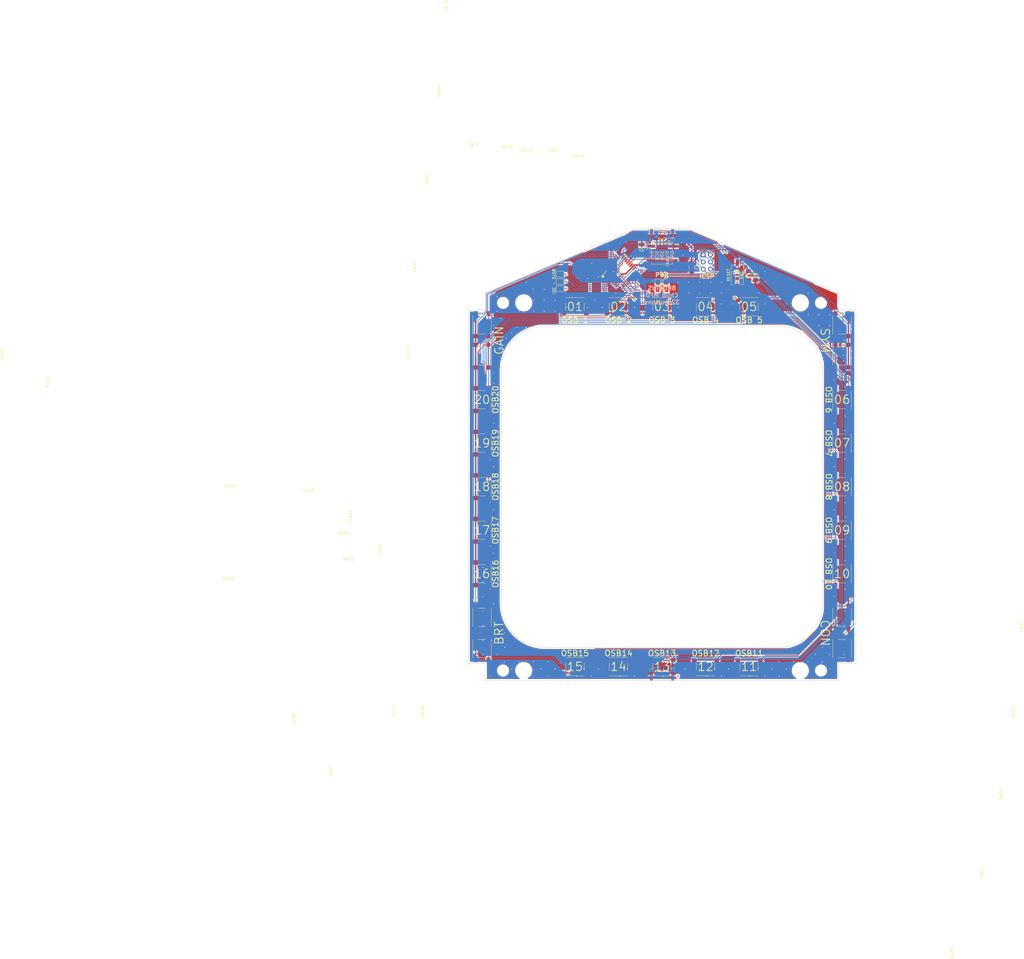
<source format=kicad_pcb>
(kicad_pcb (version 20171130) (host pcbnew "(5.1.9)-1")
  (layers (0 F.Cu signal) (31 B.Cu signal) (34 B.Paste user) (35 F.Paste user) (36 B.SilkS user) (37 F.SilkS user) (38 B.Mask user) (39 F.Mask user) (44 Edge.Cuts user))
  (net 0 "")
  (net 1 GNDREF)
  (net 2 +5V)
  (net 3 RESET)
  (net 4 MOSI)
  (net 5 SCK)
  (net 6 MISO)
  (net 7 "Net-(R5-Pad1)")
  (net 8 C1)
  (net 9 R1)
  (net 10 R2)
  (net 11 R3)
  (net 12 R4)
  (net 13 R5)
  (net 14 R6)
  (net 15 R7)
  (net 16 C2)
  (net 17 C3)
  (net 18 C4)
  (net 19 "Net-(D1-Pad1)")
  (net 20 SCL)
  (net 21 SDA)
  (net 22 "Net-(Atmega328P-AU1-Pad22)")
  (net 23 "Net-(Atmega328P-AU1-Pad20)")
  (net 24 "Net-(Atmega328P-AU1-Pad19)")
  (net 25 /2line)
  (net 26 /1line)
  (net 27 "Net-(Atmega328P-AU1-Pad8)")
  (net 28 "Net-(Atmega328P-AU1-Pad7)")
  (net 29 /4line)
  (net 30 "Net-(F1-Pad1)")
  (net 31 BUS_SIGNAL)
  (module Connector_JST:JST_GH_SM04B-GHS-TB_1x04-1MP_P1.25mm_Horizontal (layer B.Cu) (at 70.6 136.144 180)
    (fp_text reference J3 hide)
    (fp_text value Conn_01x04)
    (pad MP smd roundrect (at 3.725 -1.35 180) (size 1 2.7) (layers B.Cu B.Paste B.Mask))
    (pad MP smd roundrect (at -3.725 -1.35 180) (size 1 2.7) (layers B.Cu B.Paste B.Mask))
    (pad 4 smd roundrect (at 1.875 1.85 180) (size 0.6 1.7) (layers B.Cu B.Paste B.Mask) (net 1 GNDREF))
    (pad 3 smd roundrect (at 0.625 1.85 180) (size 0.6 1.7) (layers B.Cu B.Paste B.Mask) (net 21 SDA))
    (pad 2 smd roundrect (at -0.625 1.85 180) (size 0.6 1.7) (layers B.Cu B.Paste B.Mask) (net 20 SCL))
    (pad 1 smd roundrect (at -1.875 1.85 180) (size 0.6 1.7) (layers B.Cu B.Paste B.Mask) (net 30 "Net-(F1-Pad1)"))
  )
  (module Connector_JST:JST_GH_SM04B-GHS-TB_1x04-1MP_P1.25mm_Horizontal (layer B.Cu) (at 70.6 -17.272)
    (fp_text reference J2 hide)
    (fp_text value Conn_01x04)
    (pad 1 smd roundrect (at -1.875 1.85) (size 0.6 1.7) (layers B.Cu B.Paste B.Mask) (net 30 "Net-(F1-Pad1)"))
    (pad 2 smd roundrect (at -0.625 1.85) (size 0.6 1.7) (layers B.Cu B.Paste B.Mask) (net 20 SCL))
    (pad 3 smd roundrect (at 0.625 1.85) (size 0.6 1.7) (layers B.Cu B.Paste B.Mask) (net 21 SDA))
    (pad 4 smd roundrect (at 1.875 1.85) (size 0.6 1.7) (layers B.Cu B.Paste B.Mask) (net 1 GNDREF))
    (pad MP smd roundrect (at -3.725 -1.35) (size 1 2.7) (layers B.Cu B.Paste B.Mask))
    (pad MP smd roundrect (at 3.725 -1.35) (size 1 2.7) (layers B.Cu B.Paste B.Mask))
  )
  (module Fuse:Fuse_1206_3216Metric_Pad1.42x1.75mm_HandSolder (layer F.Cu) (at 81.026 -6.604 270)
    (fp_text reference F1 (at 0 -1.82 90) (layer F.SilkS))
    (fp_text value Polyfuse)
    (pad 2 smd roundrect (at 1.4875 0 270) (size 1.425 1.75) (layers F.Cu F.Paste F.Mask) (roundrect_rratio 0.175439) (net 2 +5V))
    (pad 1 smd roundrect (at -1.4875 0 270) (size 1.425 1.75) (layers F.Cu F.Paste F.Mask) (roundrect_rratio 0.175439) (net 30 "Net-(F1-Pad1)"))
  )
  (module Button_Switch_SMD:Nidec_Copal_SH-7010B (layer F.Cu) (at 70.6 -11.4)
    (fp_text reference SW2 (at 0 -4.9) (layer F.SilkS))
    (fp_text value SW_Coded_SH-7010)
    (pad 2 smd rect (at 4 2.54) (size 3 1) (layers F.Cu F.Paste F.Mask) (net 27 "Net-(Atmega328P-AU1-Pad8)"))
    (pad 4 smd rect (at -4 2.54) (size 3 1) (layers F.Cu F.Paste F.Mask) (net 1 GNDREF))
    (pad C smd rect (at 4 0) (size 3 1) (layers F.Cu F.Paste F.Mask) (net 1 GNDREF))
    (pad C smd rect (at -4 0) (size 3 1) (layers F.Cu F.Paste F.Mask) (net 1 GNDREF))
    (pad 8 smd rect (at 4 -2.54) (size 3 1) (layers F.Cu F.Paste F.Mask) (net 1 GNDREF))
    (pad 1 smd rect (at -4 -2.54) (size 3 1) (layers F.Cu F.Paste F.Mask) (net 28 "Net-(Atmega328P-AU1-Pad7)"))
  )
  (module Jumper:SolderJumper-2_P1.3mm_Open_Pad1.0x1.5mm (layer F.Cu) (at 34.798 -4.064 180)
    (fp_text reference JP3 hide)
    (fp_text value Jumper_NO_Small)
    (pad 2 smd rect (at 0.65 0 180) (size 1 1.5) (layers F.Cu F.Mask) (net 1 GNDREF))
    (pad 1 smd rect (at -0.65 0 180) (size 1 1.5) (layers F.Cu F.Mask) (net 29 /4line))
  )
  (module Jumper:SolderJumper-2_P1.3mm_Open_Pad1.0x1.5mm (layer F.Cu) (at 34.798 -1.524 180)
    (fp_text reference JP2 hide)
    (fp_text value Jumper_NO_Small)
    (pad 1 smd rect (at -0.65 0 180) (size 1 1.5) (layers F.Cu F.Mask) (net 25 /2line))
    (pad 2 smd rect (at 0.65 0 180) (size 1 1.5) (layers F.Cu F.Mask) (net 1 GNDREF))
  )
  (module Jumper:SolderJumper-2_P1.3mm_Open_Pad1.0x1.5mm (layer F.Cu) (at 34.798 1.016 180)
    (fp_text reference JP1 hide)
    (fp_text value Jumper_NO_Small)
    (pad 1 smd rect (at -0.65 0 180) (size 1 1.5) (layers F.Cu F.Mask) (net 26 /1line))
    (pad 2 smd rect (at 0.65 0 180) (size 1 1.5) (layers F.Cu F.Mask) (net 1 GNDREF))
  )
  (module Package_QFP:TQFP-32_7x7mm_P0.8mm (layer F.Cu) (at 55.88 -5.08 45)
    (fp_text reference Atmega328P-AU1 hide)
    (fp_text value ATmega328P-AU)
    (pad 1 smd rect (at -4.25 -2.8 45) (size 1.6 0.55) (layers F.Cu F.Paste F.Mask) (net 11 R3))
    (pad 2 smd rect (at -4.25 -2 45) (size 1.6 0.55) (layers F.Cu F.Paste F.Mask) (net 12 R4))
    (pad 3 smd rect (at -4.25 -1.2 45) (size 1.6 0.55) (layers F.Cu F.Paste F.Mask) (net 1 GNDREF))
    (pad 4 smd rect (at -4.25 -0.4 45) (size 1.6 0.55) (layers F.Cu F.Paste F.Mask) (net 2 +5V))
    (pad 5 smd rect (at -4.25 0.4 45) (size 1.6 0.55) (layers F.Cu F.Paste F.Mask) (net 1 GNDREF))
    (pad 6 smd rect (at -4.25 1.2 45) (size 1.6 0.55) (layers F.Cu F.Paste F.Mask) (net 2 +5V))
    (pad 7 smd rect (at -4.25 2 45) (size 1.6 0.55) (layers F.Cu F.Paste F.Mask) (net 28 "Net-(Atmega328P-AU1-Pad7)"))
    (pad 8 smd rect (at -4.25 2.8 45) (size 1.6 0.55) (layers F.Cu F.Paste F.Mask) (net 27 "Net-(Atmega328P-AU1-Pad8)"))
    (pad 9 smd rect (at -2.8 4.25 135) (size 1.6 0.55) (layers F.Cu F.Paste F.Mask) (net 13 R5))
    (pad 10 smd rect (at -2 4.25 135) (size 1.6 0.55) (layers F.Cu F.Paste F.Mask) (net 14 R6))
    (pad 11 smd rect (at -1.2 4.25 135) (size 1.6 0.55) (layers F.Cu F.Paste F.Mask) (net 15 R7))
    (pad 12 smd rect (at -0.4 4.25 135) (size 1.6 0.55) (layers F.Cu F.Paste F.Mask) (net 26 /1line))
    (pad 13 smd rect (at 0.4 4.25 135) (size 1.6 0.55) (layers F.Cu F.Paste F.Mask) (net 25 /2line))
    (pad 14 smd rect (at 1.2 4.25 135) (size 1.6 0.55) (layers F.Cu F.Paste F.Mask) (net 29 /4line))
    (pad 15 smd rect (at 2 4.25 135) (size 1.6 0.55) (layers F.Cu F.Paste F.Mask) (net 4 MOSI))
    (pad 16 smd rect (at 2.8 4.25 135) (size 1.6 0.55) (layers F.Cu F.Paste F.Mask) (net 6 MISO))
    (pad 17 smd rect (at 4.25 2.8 45) (size 1.6 0.55) (layers F.Cu F.Paste F.Mask) (net 5 SCK))
    (pad 18 smd rect (at 4.25 2 45) (size 1.6 0.55) (layers F.Cu F.Paste F.Mask) (net 2 +5V))
    (pad 19 smd rect (at 4.25 1.2 45) (size 1.6 0.55) (layers F.Cu F.Paste F.Mask) (net 24 "Net-(Atmega328P-AU1-Pad19)"))
    (pad 20 smd rect (at 4.25 0.4 45) (size 1.6 0.55) (layers F.Cu F.Paste F.Mask) (net 23 "Net-(Atmega328P-AU1-Pad20)"))
    (pad 21 smd rect (at 4.25 -0.4 45) (size 1.6 0.55) (layers F.Cu F.Paste F.Mask) (net 1 GNDREF))
    (pad 22 smd rect (at 4.25 -1.2 45) (size 1.6 0.55) (layers F.Cu F.Paste F.Mask) (net 22 "Net-(Atmega328P-AU1-Pad22)"))
    (pad 23 smd rect (at 4.25 -2 45) (size 1.6 0.55) (layers F.Cu F.Paste F.Mask) (net 8 C1))
    (pad 24 smd rect (at 4.25 -2.8 45) (size 1.6 0.55) (layers F.Cu F.Paste F.Mask) (net 16 C2))
    (pad 25 smd rect (at 2.8 -4.25 135) (size 1.6 0.55) (layers F.Cu F.Paste F.Mask) (net 17 C3))
    (pad 26 smd rect (at 2 -4.25 135) (size 1.6 0.55) (layers F.Cu F.Paste F.Mask) (net 18 C4))
    (pad 27 smd rect (at 1.2 -4.25 135) (size 1.6 0.55) (layers F.Cu F.Paste F.Mask) (net 21 SDA))
    (pad 28 smd rect (at 0.4 -4.25 135) (size 1.6 0.55) (layers F.Cu F.Paste F.Mask) (net 20 SCL))
    (pad 29 smd rect (at -0.4 -4.25 135) (size 1.6 0.55) (layers F.Cu F.Paste F.Mask) (net 3 RESET))
    (pad 30 smd rect (at -1.2 -4.25 135) (size 1.6 0.55) (layers F.Cu F.Paste F.Mask) (net 31 BUS_SIGNAL))
    (pad 31 smd rect (at -2 -4.25 135) (size 1.6 0.55) (layers F.Cu F.Paste F.Mask) (net 9 R1))
    (pad 32 smd rect (at -2.8 -4.25 135) (size 1.6 0.55) (layers F.Cu F.Paste F.Mask) (net 10 R2))
  )
  (module Connector_PinHeader_2.54mm:PinHeader_2x03_P2.54mm_Vertical (layer F.Cu) (at 85.09 -10.922)
    (fp_text reference J1 hide)
    (fp_text value ICSP)
    (pad 6 thru_hole oval (at 2.54 5.08) (size 1.7 1.7) (drill 1) (layers *.Cu *.Mask) (net 1 GNDREF))
    (pad 5 thru_hole oval (at 0 5.08) (size 1.7 1.7) (drill 1) (layers *.Cu *.Mask) (net 3 RESET))
    (pad 4 thru_hole oval (at 2.54 2.54) (size 1.7 1.7) (drill 1) (layers *.Cu *.Mask) (net 4 MOSI))
    (pad 3 thru_hole oval (at 0 2.54) (size 1.7 1.7) (drill 1) (layers *.Cu *.Mask) (net 5 SCK))
    (pad 2 thru_hole oval (at 2.54 0) (size 1.7 1.7) (drill 1) (layers *.Cu *.Mask) (net 2 +5V))
    (pad 1 thru_hole rect (at 0 0) (size 1.7 1.7) (drill 1) (layers *.Cu *.Mask) (net 6 MISO))
  )
  (module Capacitor_SMD:C_1206_3216Metric_Pad1.33x1.80mm_HandSolder (layer F.Cu) (at 70.6 1.27 180)
    (fp_text reference R8 (at 0 0) (layer F.SilkS))
    (fp_text value 330)
    (pad 2 smd roundrect (at 1.5625 0 180) (size 1.325 1.8) (layers F.Cu F.Paste F.Mask) (roundrect_rratio 0.188679) (net 19 "Net-(D1-Pad1)"))
    (pad 1 smd roundrect (at -1.5625 0 180) (size 1.325 1.8) (layers F.Cu F.Paste F.Mask) (roundrect_rratio 0.188679) (net 1 GNDREF))
  )
  (module LED_SMD:LED_1206_3216Metric_Castellated (layer F.Cu) (at 70.6 -1.27)
    (fp_text reference D1 (at 0 0 90) (layer F.SilkS))
    (fp_text value LED)
    (pad 2 smd roundrect (at 1.425 0) (size 1.6 1.65) (layers F.Cu F.Paste F.Mask) (roundrect_rratio 0.15625) (net 2 +5V))
    (pad 1 smd roundrect (at -1.425 0) (size 1.6 1.65) (layers F.Cu F.Paste F.Mask) (roundrect_rratio 0.15625) (net 19 "Net-(D1-Pad1)"))
  )
  (module Button_Switch_SMD:SW_SPST_PTS645 (layer F.Cu) (at 7.35 24.7 270)
    (fp_text reference SW47 (at 8.906 152.592 90) (layer F.SilkS))
    (fp_text value GAIN-DN)
    (pad 2 smd rect (at 3.98 2.25 270) (size 1.55 1.3) (layers F.Cu F.Paste F.Mask) (net 18 C4))
    (pad 1 smd rect (at 3.98 -2.25 270) (size 1.55 1.3) (layers F.Cu F.Paste F.Mask) (net 15 R7))
    (pad 1 smd rect (at -3.98 -2.25 270) (size 1.55 1.3) (layers F.Cu F.Paste F.Mask) (net 15 R7))
    (pad 2 smd rect (at -3.98 2.25 270) (size 1.55 1.3) (layers F.Cu F.Paste F.Mask) (net 18 C4))
  )
  (module Button_Switch_SMD:SW_SPST_PTS645 (layer F.Cu) (at 7.35 13.7 270)
    (fp_text reference SW46 (at 10.176 168.545 90) (layer F.SilkS))
    (fp_text value GAIN-UP)
    (pad 2 smd rect (at 3.98 2.25 270) (size 1.55 1.3) (layers F.Cu F.Paste F.Mask) (net 18 C4))
    (pad 1 smd rect (at 3.98 -2.25 270) (size 1.55 1.3) (layers F.Cu F.Paste F.Mask) (net 14 R6))
    (pad 1 smd rect (at -3.98 -2.25 270) (size 1.55 1.3) (layers F.Cu F.Paste F.Mask) (net 14 R6))
    (pad 2 smd rect (at -3.98 2.25 270) (size 1.55 1.3) (layers F.Cu F.Paste F.Mask) (net 18 C4))
  )
  (module Button_Switch_SMD:SW_SPST_PTS645 (layer F.Cu) (at 7.35 40 270)
    (fp_text reference SW45 (at -138.308 12.589 90) (layer F.SilkS))
    (fp_text value OSB20)
    (pad 2 smd rect (at 3.98 2.25 270) (size 1.55 1.3) (layers F.Cu F.Paste F.Mask) (net 18 C4))
    (pad 1 smd rect (at 3.98 -2.25 270) (size 1.55 1.3) (layers F.Cu F.Paste F.Mask) (net 13 R5))
    (pad 1 smd rect (at -3.98 -2.25 270) (size 1.55 1.3) (layers F.Cu F.Paste F.Mask) (net 13 R5))
    (pad 2 smd rect (at -3.98 2.25 270) (size 1.55 1.3) (layers F.Cu F.Paste F.Mask) (net 18 C4))
  )
  (module Button_Switch_SMD:SW_SPST_PTS645 (layer F.Cu) (at 7.35 55.3 270)
    (fp_text reference SW44 (at -123.643 15.129 90) (layer F.SilkS))
    (fp_text value OSB19)
    (pad 2 smd rect (at 3.98 2.25 270) (size 1.55 1.3) (layers F.Cu F.Paste F.Mask) (net 18 C4))
    (pad 1 smd rect (at 3.98 -2.25 270) (size 1.55 1.3) (layers F.Cu F.Paste F.Mask) (net 12 R4))
    (pad 1 smd rect (at -3.98 -2.25 270) (size 1.55 1.3) (layers F.Cu F.Paste F.Mask) (net 12 R4))
    (pad 2 smd rect (at -3.98 2.25 270) (size 1.55 1.3) (layers F.Cu F.Paste F.Mask) (net 18 C4))
  )
  (module Button_Switch_SMD:SW_SPST_PTS645 (layer F.Cu) (at 7.35 70.6 270)
    (fp_text reference SW43 (at -108.216 19.32 90) (layer F.SilkS))
    (fp_text value OSB18)
    (pad 2 smd rect (at 3.98 2.25 270) (size 1.55 1.3) (layers F.Cu F.Paste F.Mask) (net 18 C4))
    (pad 1 smd rect (at 3.98 -2.25 270) (size 1.55 1.3) (layers F.Cu F.Paste F.Mask) (net 11 R3))
    (pad 1 smd rect (at -3.98 -2.25 270) (size 1.55 1.3) (layers F.Cu F.Paste F.Mask) (net 11 R3))
    (pad 2 smd rect (at -3.98 2.25 270) (size 1.55 1.3) (layers F.Cu F.Paste F.Mask) (net 18 C4))
  )
  (module Button_Switch_SMD:SW_SPST_PTS645 (layer F.Cu) (at 7.35 85.9 270)
    (fp_text reference SW42 (at -92.662 23.765 90) (layer F.SilkS))
    (fp_text value OSB17)
    (pad 2 smd rect (at 3.98 2.25 270) (size 1.55 1.3) (layers F.Cu F.Paste F.Mask) (net 18 C4))
    (pad 1 smd rect (at 3.98 -2.25 270) (size 1.55 1.3) (layers F.Cu F.Paste F.Mask) (net 10 R2))
    (pad 1 smd rect (at -3.98 -2.25 270) (size 1.55 1.3) (layers F.Cu F.Paste F.Mask) (net 10 R2))
    (pad 2 smd rect (at -3.98 2.25 270) (size 1.55 1.3) (layers F.Cu F.Paste F.Mask) (net 18 C4))
  )
  (module Button_Switch_SMD:SW_SPST_PTS645 (layer F.Cu) (at 7.35 101.2 270)
    (fp_text reference SW41 (at -77.362 25.924 90) (layer F.SilkS))
    (fp_text value OSB16)
    (pad 2 smd rect (at 3.98 2.25 270) (size 1.55 1.3) (layers F.Cu F.Paste F.Mask) (net 18 C4))
    (pad 1 smd rect (at 3.98 -2.25 270) (size 1.55 1.3) (layers F.Cu F.Paste F.Mask) (net 9 R1))
    (pad 1 smd rect (at -3.98 -2.25 270) (size 1.55 1.3) (layers F.Cu F.Paste F.Mask) (net 9 R1))
    (pad 2 smd rect (at -3.98 2.25 270) (size 1.55 1.3) (layers F.Cu F.Paste F.Mask) (net 18 C4))
  )
  (module Button_Switch_SMD:SW_SPST_PTS645 (layer F.Cu) (at 7.35 127.5 270)
    (fp_text reference SW37 (at 43.069 53.094 90) (layer F.SilkS))
    (fp_text value BRT-DN)
    (pad 2 smd rect (at 3.98 2.25 270) (size 1.55 1.3) (layers F.Cu F.Paste F.Mask) (net 17 C3))
    (pad 1 smd rect (at 3.98 -2.25 270) (size 1.55 1.3) (layers F.Cu F.Paste F.Mask) (net 15 R7))
    (pad 1 smd rect (at -3.98 -2.25 270) (size 1.55 1.3) (layers F.Cu F.Paste F.Mask) (net 15 R7))
    (pad 2 smd rect (at -3.98 2.25 270) (size 1.55 1.3) (layers F.Cu F.Paste F.Mask) (net 17 C3))
  )
  (module Button_Switch_SMD:SW_SPST_PTS645 (layer F.Cu) (at 7.35 116.5 270)
    (fp_text reference SW36 (at 35.83 66.126 90) (layer F.SilkS))
    (fp_text value BRT-UP)
    (pad 2 smd rect (at 3.98 2.25 270) (size 1.55 1.3) (layers F.Cu F.Paste F.Mask) (net 17 C3))
    (pad 1 smd rect (at 3.98 -2.25 270) (size 1.55 1.3) (layers F.Cu F.Paste F.Mask) (net 14 R6))
    (pad 1 smd rect (at -3.98 -2.25 270) (size 1.55 1.3) (layers F.Cu F.Paste F.Mask) (net 14 R6))
    (pad 2 smd rect (at -3.98 2.25 270) (size 1.55 1.3) (layers F.Cu F.Paste F.Mask) (net 17 C3))
  )
  (module Button_Switch_SMD:SW_SPST_PTS645 (layer F.Cu) (at 40 133.85)
    (fp_text reference SW35 (at -122.042 -30.98) (layer F.SilkS))
    (fp_text value OSB15)
    (pad 2 smd rect (at 3.98 2.25) (size 1.55 1.3) (layers F.Cu F.Paste F.Mask) (net 17 C3))
    (pad 1 smd rect (at 3.98 -2.25) (size 1.55 1.3) (layers F.Cu F.Paste F.Mask) (net 13 R5))
    (pad 1 smd rect (at -3.98 -2.25) (size 1.55 1.3) (layers F.Cu F.Paste F.Mask) (net 13 R5))
    (pad 2 smd rect (at -3.98 2.25) (size 1.55 1.3) (layers F.Cu F.Paste F.Mask) (net 17 C3))
  )
  (module Button_Switch_SMD:SW_SPST_PTS645 (layer F.Cu) (at 55.3 133.85)
    (fp_text reference SW34 (at -136.58 -63.492) (layer F.SilkS))
    (fp_text value OSB14)
    (pad 2 smd rect (at 3.98 2.25) (size 1.55 1.3) (layers F.Cu F.Paste F.Mask) (net 17 C3))
    (pad 1 smd rect (at 3.98 -2.25) (size 1.55 1.3) (layers F.Cu F.Paste F.Mask) (net 12 R4))
    (pad 1 smd rect (at -3.98 -2.25) (size 1.55 1.3) (layers F.Cu F.Paste F.Mask) (net 12 R4))
    (pad 2 smd rect (at -3.98 2.25) (size 1.55 1.3) (layers F.Cu F.Paste F.Mask) (net 17 C3))
  )
  (module Button_Switch_SMD:SW_SPST_PTS645 (layer F.Cu) (at 70.6 133.85)
    (fp_text reference SW33 (at -124.194 -61.968) (layer F.SilkS))
    (fp_text value OSB13)
    (pad 2 smd rect (at 3.98 2.25) (size 1.55 1.3) (layers F.Cu F.Paste F.Mask) (net 17 C3))
    (pad 1 smd rect (at 3.98 -2.25) (size 1.55 1.3) (layers F.Cu F.Paste F.Mask) (net 11 R3))
    (pad 1 smd rect (at -3.98 -2.25) (size 1.55 1.3) (layers F.Cu F.Paste F.Mask) (net 11 R3))
    (pad 2 smd rect (at -3.98 2.25) (size 1.55 1.3) (layers F.Cu F.Paste F.Mask) (net 17 C3))
  )
  (module Button_Switch_SMD:SW_SPST_PTS645 (layer F.Cu) (at 85.9 133.85)
    (fp_text reference SW32 (at -127.302 -46.982) (layer F.SilkS))
    (fp_text value OSB12)
    (pad 2 smd rect (at 3.98 2.25) (size 1.55 1.3) (layers F.Cu F.Paste F.Mask) (net 17 C3))
    (pad 1 smd rect (at 3.98 -2.25) (size 1.55 1.3) (layers F.Cu F.Paste F.Mask) (net 10 R2))
    (pad 1 smd rect (at -3.98 -2.25) (size 1.55 1.3) (layers F.Cu F.Paste F.Mask) (net 10 R2))
    (pad 2 smd rect (at -3.98 2.25) (size 1.55 1.3) (layers F.Cu F.Paste F.Mask) (net 17 C3))
  )
  (module Button_Switch_SMD:SW_SPST_PTS645 (layer F.Cu) (at 101.2 133.85)
    (fp_text reference SW31 (at -140.824 -37.838) (layer F.SilkS))
    (fp_text value OSB11)
    (pad 2 smd rect (at 3.98 2.25) (size 1.55 1.3) (layers F.Cu F.Paste F.Mask) (net 17 C3))
    (pad 1 smd rect (at 3.98 -2.25) (size 1.55 1.3) (layers F.Cu F.Paste F.Mask) (net 9 R1))
    (pad 1 smd rect (at -3.98 -2.25) (size 1.55 1.3) (layers F.Cu F.Paste F.Mask) (net 9 R1))
    (pad 2 smd rect (at -3.98 2.25) (size 1.55 1.3) (layers F.Cu F.Paste F.Mask) (net 17 C3))
  )
  (module Button_Switch_SMD:SW_SPST_PTS645 (layer F.Cu) (at 133.85 127.5 90)
    (fp_text reference SW27 (at -21.836 -157.472 90) (layer F.SilkS))
    (fp_text value CON-DN)
    (pad 2 smd rect (at 3.98 2.25 90) (size 1.55 1.3) (layers F.Cu F.Paste F.Mask) (net 16 C2))
    (pad 1 smd rect (at 3.98 -2.25 90) (size 1.55 1.3) (layers F.Cu F.Paste F.Mask) (net 15 R7))
    (pad 1 smd rect (at -3.98 -2.25 90) (size 1.55 1.3) (layers F.Cu F.Paste F.Mask) (net 15 R7))
    (pad 2 smd rect (at -3.98 2.25 90) (size 1.55 1.3) (layers F.Cu F.Paste F.Mask) (net 16 C2))
  )
  (module Button_Switch_SMD:SW_SPST_PTS645 (layer F.Cu) (at 133.85 116.5 90)
    (fp_text reference SW26 (at -33.139 -147.488 90) (layer F.SilkS))
    (fp_text value CON-UP)
    (pad 2 smd rect (at 3.98 2.25 90) (size 1.55 1.3) (layers F.Cu F.Paste F.Mask) (net 16 C2))
    (pad 1 smd rect (at 3.98 -2.25 90) (size 1.55 1.3) (layers F.Cu F.Paste F.Mask) (net 14 R6))
    (pad 1 smd rect (at -3.98 -2.25 90) (size 1.55 1.3) (layers F.Cu F.Paste F.Mask) (net 14 R6))
    (pad 2 smd rect (at -3.98 2.25 90) (size 1.55 1.3) (layers F.Cu F.Paste F.Mask) (net 16 C2))
  )
  (module Button_Switch_SMD:SW_SPST_PTS645 (layer F.Cu) (at 133.85 101.2 90)
    (fp_text reference SW25 (at -133.331 38.727 90) (layer F.SilkS))
    (fp_text value OSB10)
    (pad 2 smd rect (at 3.98 2.25 90) (size 1.55 1.3) (layers F.Cu F.Paste F.Mask) (net 16 C2))
    (pad 1 smd rect (at 3.98 -2.25 90) (size 1.55 1.3) (layers F.Cu F.Paste F.Mask) (net 13 R5))
    (pad 1 smd rect (at -3.98 -2.25 90) (size 1.55 1.3) (layers F.Cu F.Paste F.Mask) (net 13 R5))
    (pad 2 smd rect (at -3.98 2.25 90) (size 1.55 1.3) (layers F.Cu F.Paste F.Mask) (net 16 C2))
  )
  (module Button_Switch_SMD:SW_SPST_PTS645 (layer F.Cu) (at 133.85 85.9 90)
    (fp_text reference SW24 (at -120.063 49.141 90) (layer F.SilkS))
    (fp_text value OSB9)
    (pad 2 smd rect (at 3.98 2.25 90) (size 1.55 1.3) (layers F.Cu F.Paste F.Mask) (net 16 C2))
    (pad 1 smd rect (at 3.98 -2.25 90) (size 1.55 1.3) (layers F.Cu F.Paste F.Mask) (net 12 R4))
    (pad 1 smd rect (at -3.98 -2.25 90) (size 1.55 1.3) (layers F.Cu F.Paste F.Mask) (net 12 R4))
    (pad 2 smd rect (at -3.98 2.25 90) (size 1.55 1.3) (layers F.Cu F.Paste F.Mask) (net 16 C2))
  )
  (module Button_Switch_SMD:SW_SPST_PTS645 (layer F.Cu) (at 133.85 70.6 90)
    (fp_text reference SW23 (at -108.065 55.872 90) (layer F.SilkS))
    (fp_text value OSB8)
    (pad 2 smd rect (at 3.98 2.25 90) (size 1.55 1.3) (layers F.Cu F.Paste F.Mask) (net 16 C2))
    (pad 1 smd rect (at 3.98 -2.25 90) (size 1.55 1.3) (layers F.Cu F.Paste F.Mask) (net 11 R3))
    (pad 1 smd rect (at -3.98 -2.25 90) (size 1.55 1.3) (layers F.Cu F.Paste F.Mask) (net 11 R3))
    (pad 2 smd rect (at -3.98 2.25 90) (size 1.55 1.3) (layers F.Cu F.Paste F.Mask) (net 16 C2))
  )
  (module Button_Switch_SMD:SW_SPST_PTS645 (layer F.Cu) (at 133.85 55.3 90)
    (fp_text reference SW22 (at -94.67 60.063 90) (layer F.SilkS))
    (fp_text value OSB7)
    (pad 2 smd rect (at 3.98 2.25 90) (size 1.55 1.3) (layers F.Cu F.Paste F.Mask) (net 16 C2))
    (pad 1 smd rect (at 3.98 -2.25 90) (size 1.55 1.3) (layers F.Cu F.Paste F.Mask) (net 10 R2))
    (pad 1 smd rect (at -3.98 -2.25 90) (size 1.55 1.3) (layers F.Cu F.Paste F.Mask) (net 10 R2))
    (pad 2 smd rect (at -3.98 2.25 90) (size 1.55 1.3) (layers F.Cu F.Paste F.Mask) (net 16 C2))
  )
  (module Button_Switch_SMD:SW_SPST_PTS645 (layer F.Cu) (at 133.85 40 90)
    (fp_text reference SW21 (at -79.751 63.111 90) (layer F.SilkS))
    (fp_text value OSB6)
    (pad 2 smd rect (at 3.98 2.25 90) (size 1.55 1.3) (layers F.Cu F.Paste F.Mask) (net 16 C2))
    (pad 1 smd rect (at 3.98 -2.25 90) (size 1.55 1.3) (layers F.Cu F.Paste F.Mask) (net 9 R1))
    (pad 1 smd rect (at -3.98 -2.25 90) (size 1.55 1.3) (layers F.Cu F.Paste F.Mask) (net 9 R1))
    (pad 2 smd rect (at -3.98 2.25 90) (size 1.55 1.3) (layers F.Cu F.Paste F.Mask) (net 16 C2))
  )
  (module Button_Switch_SMD:SW_SPST_PTS645 (layer F.Cu) (at 133.85 24.7 90)
    (fp_text reference SW17 (at -56.072 -172.712 90) (layer F.SilkS))
    (fp_text value SYM-DN)
    (pad 2 smd rect (at 3.98 2.25 90) (size 1.55 1.3) (layers F.Cu F.Paste F.Mask) (net 8 C1))
    (pad 1 smd rect (at 3.98 -2.25 90) (size 1.55 1.3) (layers F.Cu F.Paste F.Mask) (net 15 R7))
    (pad 1 smd rect (at -3.98 -2.25 90) (size 1.55 1.3) (layers F.Cu F.Paste F.Mask) (net 15 R7))
    (pad 2 smd rect (at -3.98 2.25 90) (size 1.55 1.3) (layers F.Cu F.Paste F.Mask) (net 8 C1))
  )
  (module Button_Switch_SMD:SW_SPST_PTS645 (layer F.Cu) (at 133.85 13.7 90)
    (fp_text reference SW16 (at -79.01 -162.552 90) (layer F.SilkS))
    (fp_text value SYM-UP)
    (pad 2 smd rect (at 3.98 2.25 90) (size 1.55 1.3) (layers F.Cu F.Paste F.Mask) (net 8 C1))
    (pad 1 smd rect (at 3.98 -2.25 90) (size 1.55 1.3) (layers F.Cu F.Paste F.Mask) (net 14 R6))
    (pad 1 smd rect (at -3.98 -2.25 90) (size 1.55 1.3) (layers F.Cu F.Paste F.Mask) (net 14 R6))
    (pad 2 smd rect (at -3.98 2.25 90) (size 1.55 1.3) (layers F.Cu F.Paste F.Mask) (net 8 C1))
  )
  (module Button_Switch_SMD:SW_SPST_PTS645 (layer F.Cu) (at 101.2 7.35)
    (fp_text reference SW15 (at -60.052 -52.943) (layer F.SilkS))
    (fp_text value OSB5)
    (pad 2 smd rect (at 3.98 2.25) (size 1.55 1.3) (layers F.Cu F.Paste F.Mask) (net 8 C1))
    (pad 1 smd rect (at 3.98 -2.25) (size 1.55 1.3) (layers F.Cu F.Paste F.Mask) (net 13 R5))
    (pad 1 smd rect (at -3.98 -2.25) (size 1.55 1.3) (layers F.Cu F.Paste F.Mask) (net 13 R5))
    (pad 2 smd rect (at -3.98 2.25) (size 1.55 1.3) (layers F.Cu F.Paste F.Mask) (net 8 C1))
  )
  (module Button_Switch_SMD:SW_SPST_PTS645 (layer F.Cu) (at 85.9 7.35)
    (fp_text reference SW14 (at -53.134 -54.975) (layer F.SilkS))
    (fp_text value OSB4)
    (pad 2 smd rect (at 3.98 2.25) (size 1.55 1.3) (layers F.Cu F.Paste F.Mask) (net 8 C1))
    (pad 1 smd rect (at 3.98 -2.25) (size 1.55 1.3) (layers F.Cu F.Paste F.Mask) (net 12 R4))
    (pad 1 smd rect (at -3.98 -2.25) (size 1.55 1.3) (layers F.Cu F.Paste F.Mask) (net 12 R4))
    (pad 2 smd rect (at -3.98 2.25) (size 1.55 1.3) (layers F.Cu F.Paste F.Mask) (net 8 C1))
  )
  (module Button_Switch_SMD:SW_SPST_PTS645 (layer F.Cu) (at 70.6 7.35)
    (fp_text reference SW13 (at -47.613 -54.848) (layer F.SilkS))
    (fp_text value OSB3)
    (pad 2 smd rect (at 3.98 2.25) (size 1.55 1.3) (layers F.Cu F.Paste F.Mask) (net 8 C1))
    (pad 1 smd rect (at 3.98 -2.25) (size 1.55 1.3) (layers F.Cu F.Paste F.Mask) (net 11 R3))
    (pad 1 smd rect (at -3.98 -2.25) (size 1.55 1.3) (layers F.Cu F.Paste F.Mask) (net 11 R3))
    (pad 2 smd rect (at -3.98 2.25) (size 1.55 1.3) (layers F.Cu F.Paste F.Mask) (net 8 C1))
  )
  (module Button_Switch_SMD:SW_SPST_PTS645 (layer F.Cu) (at 55.3 7.35)
    (fp_text reference SW12 (at -39.171 -56.245) (layer F.SilkS))
    (fp_text value OSB2)
    (pad 2 smd rect (at 3.98 2.25) (size 1.55 1.3) (layers F.Cu F.Paste F.Mask) (net 8 C1))
    (pad 1 smd rect (at 3.98 -2.25) (size 1.55 1.3) (layers F.Cu F.Paste F.Mask) (net 10 R2))
    (pad 1 smd rect (at -3.98 -2.25) (size 1.55 1.3) (layers F.Cu F.Paste F.Mask) (net 10 R2))
    (pad 2 smd rect (at -3.98 2.25) (size 1.55 1.3) (layers F.Cu F.Paste F.Mask) (net 8 C1))
  )
  (module Button_Switch_SMD:SW_SPST_PTS645 (layer F.Cu) (at 40 7.35)
    (fp_text reference SW11 (at -35.555 -57.007) (layer F.SilkS))
    (fp_text value OSB1)
    (pad 2 smd rect (at 3.98 2.25) (size 1.55 1.3) (layers F.Cu F.Paste F.Mask) (net 8 C1))
    (pad 1 smd rect (at 3.98 -2.25) (size 1.55 1.3) (layers F.Cu F.Paste F.Mask) (net 9 R1))
    (pad 1 smd rect (at -3.98 -2.25) (size 1.55 1.3) (layers F.Cu F.Paste F.Mask) (net 9 R1))
    (pad 2 smd rect (at -3.98 2.25) (size 1.55 1.3) (layers F.Cu F.Paste F.Mask) (net 8 C1))
  )
  (module Button_Switch_SMD:SW_DIP_SPSTx01_Slide_6.7x4.1mm_W8.61mm_P2.54mm_LowProfile (layer F.Cu) (at 97.028 -3.797 270)
    (fp_text reference SW1 (at 0 -1.397 90) (layer F.SilkS))
    (fp_text value RESET)
    (pad 2 smd rect (at 4.305 0 270) (size 2.44 1.12) (layers F.Cu F.Paste F.Mask) (net 3 RESET))
    (pad 1 smd rect (at -4.305 0 270) (size 2.44 1.12) (layers F.Cu F.Paste F.Mask) (net 7 "Net-(R5-Pad1)"))
  )
  (module Capacitor_SMD:C_1206_3216Metric_Pad1.33x1.80mm_HandSolder (layer F.Cu) (at 103.505 -3.5945 270)
    (fp_text reference R5 (at 0.0131 -0.0508 90) (layer F.SilkS))
    (fp_text value 330)
    (pad 1 smd roundrect (at -1.5625 0 270) (size 1.325 1.8) (layers F.Cu F.Paste F.Mask) (roundrect_rratio 0.1886777358490566) (net 7 "Net-(R5-Pad1)"))
    (pad 2 smd roundrect (at 1.5625 0 270) (size 1.325 1.8) (layers F.Cu F.Paste F.Mask) (roundrect_rratio 0.1886777358490566) (net 1 GNDREF))
  )
  (module Capacitor_SMD:C_1206_3216Metric_Pad1.33x1.80mm_HandSolder (layer F.Cu) (at 100.965 -3.5945 90)
    (fp_text reference R1 (at 0 -0.0508 90) (layer F.SilkS))
    (fp_text value 10K)
    (pad 2 smd roundrect (at 1.5625 0 90) (size 1.325 1.8) (layers F.Cu F.Paste F.Mask) (roundrect_rratio 0.1886777358490566) (net 2 +5V))
    (pad 1 smd roundrect (at -1.5625 0 90) (size 1.325 1.8) (layers F.Cu F.Paste F.Mask) (roundrect_rratio 0.1886777358490566) (net 3 RESET))
  )
  (module Capacitor_SMD:C_1206_3216Metric_Pad1.33x1.80mm_HandSolder (layer F.Cu) (at 63.5 -12.954 90)
    (fp_text reference C4 (at 0 0 90) (layer F.SilkS))
    (fp_text value 100nF)
    (pad 2 smd roundrect (at 1.5625 0 90) (size 1.325 1.8) (layers F.Cu F.Paste F.Mask) (roundrect_rratio 0.1886777358490566) (net 1 GNDREF))
    (pad 1 smd roundrect (at -1.5625 0 90) (size 1.325 1.8) (layers F.Cu F.Paste F.Mask) (roundrect_rratio 0.1886777358490566) (net 23 "Net-(Atmega328P-AU1-Pad20)"))
  )
  (gr_circle (center 22 6) (end 24.5 6) (layer Edge.Cuts) (width 0.05))
  (gr_circle (center 14.732 6) (end 16.332 6) (layer Edge.Cuts) (width 0.05))
  (gr_text "5V\nSCL\nSDA\nSignal\nGND" (at 70.6 -12.446 90) (layer B.SilkS) (effects (font (size 1.1 1.2) (thickness 0.2)) (justify left mirror)))
  (gr_text "4\n2\n1" (at 36.434 -1.524) (layer F.SilkS) (effects (font (size 1.5 1.5) (thickness 0.1)) (justify left)))
  (gr_text "I2C - 0x58" (at 32.624 -1.524 90) (layer F.SilkS) (effects (font (size 1 1))))
  (gr_circle (center 49.784 -3.302) (end 49.884 -3.302) (layer F.SilkS) (width 0.4))
  (gr_circle (center 126.468 6) (end 124.868 6) (layer Edge.Cuts) (width 0.05))
  (gr_circle (center 126.468 135.2) (end 124.868 135.2) (layer Edge.Cuts) (width 0.05))
  (gr_circle (center 14.732 135.2) (end 16.332 135.2) (layer Edge.Cuts) (width 0.05))
  (gr_text PWR (at 70.6 -3.81) (layer F.SilkS) (effects (font (size 1.5 1.5) (thickness 0.3))))
  (gr_text JLCJLCJLCJLC (at 70.6 129.54) (layer B.SilkS) (effects (font (size 1 1)) (justify mirror)))
  (gr_text OSB18 (at 12.065 70.6 90) (layer F.SilkS) (effects (font (size 2 2) (thickness 0.3))))
  (gr_text OSB19 (at 12.065 55.3 90) (layer F.SilkS) (effects (font (size 2 2) (thickness 0.3))))
  (gr_text OSB16 (at 12.065 101.2 90) (layer F.SilkS) (effects (font (size 2 2) (thickness 0.3))))
  (gr_text OSB20 (at 12.065 40 90) (layer F.SilkS) (effects (font (size 2 2) (thickness 0.3))))
  (gr_text OSB17 (at 12.065 85.9 90) (layer F.SilkS) (effects (font (size 2 2) (thickness 0.3))))
  (gr_text "OSB 8" (at 129.135 70.6 -90) (layer F.SilkS) (effects (font (size 2 2) (thickness 0.3))))
  (gr_text "OSB 9" (at 129.135 85.9 -90) (layer F.SilkS) (effects (font (size 2 2) (thickness 0.3))))
  (gr_text "OSB 6" (at 129.135 40 -90) (layer F.SilkS) (effects (font (size 2 2) (thickness 0.3))))
  (gr_text "OSB 10" (at 129.135 101.2 -90) (layer F.SilkS) (effects (font (size 2 2) (thickness 0.3))))
  (gr_text "OSB 7" (at 129.135 55.3 -90) (layer F.SilkS) (effects (font (size 2 2) (thickness 0.3))))
  (gr_text OSB13 (at 70.6 129.135) (layer F.SilkS) (effects (font (size 2 2) (thickness 0.3))))
  (gr_text OSB14 (at 55.3 129.135) (layer F.SilkS) (effects (font (size 2 2) (thickness 0.3))))
  (gr_text OSB11 (at 101.2 129.135) (layer F.SilkS) (effects (font (size 2 2) (thickness 0.3))))
  (gr_text OSB15 (at 40 129.135) (layer F.SilkS) (effects (font (size 2 2) (thickness 0.3))))
  (gr_text OSB12 (at 85.9 129.135) (layer F.SilkS) (effects (font (size 2 2) (thickness 0.3))))
  (gr_text "OSB 5" (at 101.2 12.065) (layer F.SilkS) (effects (font (size 2 2) (thickness 0.3))))
  (gr_text "OSB 4" (at 85.9 12.065) (layer F.SilkS) (effects (font (size 2 2) (thickness 0.3))))
  (gr_text "OSB 1" (at 40 12.065) (layer F.SilkS) (effects (font (size 2 2) (thickness 0.3))))
  (gr_text "OSB 2" (at 55.3 12.065) (layer F.SilkS) (effects (font (size 2 2) (thickness 0.3))))
  (gr_text "OSB 3" (at 70.6 12.065) (layer F.SilkS) (effects (font (size 2 2) (thickness 0.3))))
  (gr_text RESET (at 93.98 -3.81 90) (layer F.SilkS) (effects (font (size 1 1))))
  (gr_text ICSP (at 86.36 -3.302) (layer F.SilkS) (effects (font (size 1.5 1.5) (thickness 0.3))))
  (gr_text BRUNIUS (at 70.6 0.8) (layer B.Cu) (effects (font (size 1.5 1.5) (thickness 0.25)) (justify mirror)))
  (gr_text "Child MFD\n32 buttons\n" (at 70.6 4.55) (layer B.SilkS) (effects (font (size 1.5 1.5) (thickness 0.3)) (justify mirror)))
  (gr_text BRUNIUS (at 70.6 0.8) (layer B.SilkS) (effects (font (size 1.5 1.5) (thickness 0.375)) (justify mirror)))
  (gr_text GAIN (at 13.35 19.2 90) (layer F.SilkS) (effects (font (size 3 3) (thickness 0.3))))
  (gr_text "BRT\n" (at 13.35 122 90) (layer F.SilkS) (effects (font (size 3 3) (thickness 0.3))))
  (gr_text CON (at 127.85 122 -90) (layer F.SilkS) (effects (font (size 3 3) (thickness 0.3))))
  (gr_text SYM (at 127.85 19.2 -90) (layer F.SilkS) (effects (font (size 3 3) (thickness 0.3))))
  (gr_text 20 (at 7.35 40) (layer F.SilkS) (effects (font (size 3 3) (thickness 0.3))))
  (gr_text 17 (at 7.35 85.9) (layer F.SilkS) (effects (font (size 3 3) (thickness 0.3))))
  (gr_text 18 (at 7.35 70.6) (layer F.SilkS) (effects (font (size 3 3) (thickness 0.3))))
  (gr_text 19 (at 7.35 55.3) (layer F.SilkS) (effects (font (size 3 3) (thickness 0.3))))
  (gr_text 16 (at 7.35 101.2) (layer F.SilkS) (effects (font (size 3 3) (thickness 0.3))))
  (gr_text 13 (at 70.6 133.85) (layer F.SilkS) (effects (font (size 3 3) (thickness 0.3))))
  (gr_text 12 (at 85.9 133.85) (layer F.SilkS) (effects (font (size 3 3) (thickness 0.3))))
  (gr_text 11 (at 101.2 133.85) (layer F.SilkS) (effects (font (size 3 3) (thickness 0.3))))
  (gr_text 14 (at 55.3 133.85) (layer F.SilkS) (effects (font (size 3 3) (thickness 0.3))))
  (gr_text 15 (at 40 133.85) (layer F.SilkS) (effects (font (size 3 3) (thickness 0.3))))
  (gr_text 10 (at 133.85 101.2) (layer F.SilkS) (effects (font (size 3 3) (thickness 0.3))))
  (gr_text 09 (at 133.85 85.9) (layer F.SilkS) (effects (font (size 3 3) (thickness 0.3))))
  (gr_text 08 (at 133.85 70.6) (layer F.SilkS) (effects (font (size 3 3) (thickness 0.3))))
  (gr_text 07 (at 133.85 55.3) (layer F.SilkS) (effects (font (size 3 3) (thickness 0.3))))
  (gr_text 06 (at 133.85 40) (layer F.SilkS) (effects (font (size 3 3) (thickness 0.3))))
  (gr_text 05 (at 101.2 7.35) (layer F.SilkS) (effects (font (size 3 3) (thickness 0.3))))
  (gr_text 04 (at 85.9 7.35) (layer F.SilkS) (effects (font (size 3 3) (thickness 0.3))))
  (gr_text 03 (at 70.6 7.35) (layer F.SilkS) (effects (font (size 3 3) (thickness 0.3))))
  (gr_text 02 (at 55.3 7.35) (layer F.SilkS) (effects (font (size 3 3) (thickness 0.3))))
  (gr_text 01 (at 40 7.35) (layer F.SilkS) (effects (font (size 3 3) (thickness 0.3))))
  (gr_line (start 80 -20) (end 132.7 2.5) (layer Edge.Cuts) (width 0.15))
  (gr_line (start 80 -20) (end 61.2 -20) (layer Edge.Cuts) (width 0.15))
  (gr_line (start 61.2 -20) (end 8.5 2.5) (layer Edge.Cuts) (width 0.15))
  (gr_line (start 8.5 132.7) (end 2.5 132.7) (layer Edge.Cuts) (width 0.15))
  (gr_line (start 8.5 138.7) (end 8.5 132.7) (layer Edge.Cuts) (width 0.15))
  (gr_line (start 132.7 132.7) (end 138.7 132.7) (layer Edge.Cuts) (width 0.15))
  (gr_line (start 132.7 138.7) (end 132.7 132.7) (layer Edge.Cuts) (width 0.15))
  (gr_line (start 132.7 8.5) (end 138.7 8.5) (layer Edge.Cuts) (width 0.15))
  (gr_line (start 132.7 2.5) (end 132.7 8.5) (layer Edge.Cuts) (width 0.15))
  (gr_line (start 138.7 8.5) (end 138.7 132.7) (layer Edge.Cuts) (width 0.15))
  (gr_line (start 2.5 8.5) (end 8.5 8.5) (layer Edge.Cuts) (width 0.15))
  (gr_line (start 8.5 2.5) (end 8.5 8.5) (layer Edge.Cuts) (width 0.15))
  (gr_circle (center 119.2 135.2) (end 121.7 135.2) (layer Edge.Cuts) (width 0.05))
  (gr_circle (center 22 135.2) (end 24.5 135.2) (layer Edge.Cuts) (width 0.05))
  (gr_circle (center 119.2 6) (end 121.7 6) (layer Edge.Cuts) (width 0.05))
  (gr_arc (start 29.6 111.6) (end 29.6 127.1) (angle 90) (layer Edge.Cuts) (width 0.15))
  (gr_arc (start 111.6 111.6) (end 127.1 111.6) (angle 90) (layer Edge.Cuts) (width 0.15))
  (gr_arc (start 111.6 29.6) (end 127.1 29.6) (angle -90) (layer Edge.Cuts) (width 0.15))
  (gr_arc (start 29.6 29.6) (end 29.6 14.1) (angle -90) (layer Edge.Cuts) (width 0.15))
  (gr_line (start 14.1 111.6) (end 14.1 29.6) (layer Edge.Cuts) (width 0.15))
  (gr_line (start 29.6 127.1) (end 111.6 127.1) (layer Edge.Cuts) (width 0.15))
  (gr_line (start 127.1 29.6) (end 127.1 111.6) (layer Edge.Cuts) (width 0.15))
  (gr_line (start 29.6 14.1) (end 111.6 14.1) (layer Edge.Cuts) (width 0.15))
  (gr_line (start 8.5 138.7) (end 132.7 138.7) (layer Edge.Cuts) (width 0.15))
  (gr_line (start 2.5 8.5) (end 2.5 132.7) (layer Edge.Cuts) (width 0.15))
  (via (at 76.2 137.16) (size 0.6) (drill 0.3) (layers F.Cu B.Cu) (net 0))
  (via (at 65.278 -8.382) (size 0.6) (drill 0.3) (layers F.Cu B.Cu) (net 1))
  (via (at 71.12 137.16) (size 0.6) (drill 0.3) (layers F.Cu B.Cu) (net 1))
  (via (at 36.83 7.62) (size 0.6) (drill 0.3) (layers F.Cu B.Cu) (net 1))
  (via (at 40.64 7.62) (size 0.6) (drill 0.3) (layers F.Cu B.Cu) (net 1))
  (via (at 44.45 7.62) (size 0.6) (drill 0.3) (layers F.Cu B.Cu) (net 1))
  (via (at 46.99 5.08) (size 0.6) (drill 0.3) (layers F.Cu B.Cu) (net 1))
  (via (at 49.53 7.62) (size 0.6) (drill 0.3) (layers F.Cu B.Cu) (net 1))
  (via (at 53.34 7.62) (size 0.6) (drill 0.3) (layers F.Cu B.Cu) (net 1))
  (via (at 57.15 7.62) (size 0.6) (drill 0.3) (layers F.Cu B.Cu) (net 1))
  (via (at 60.96 7.62) (size 0.6) (drill 0.3) (layers F.Cu B.Cu) (net 1))
  (via (at 64.77 7.62) (size 0.6) (drill 0.3) (layers F.Cu B.Cu) (net 1))
  (via (at 68.58 7.62) (size 0.6) (drill 0.3) (layers F.Cu B.Cu) (net 1))
  (via (at 72.39 7.62) (size 0.6) (drill 0.3) (layers F.Cu B.Cu) (net 1))
  (via (at 76.2 7.62) (size 0.6) (drill 0.3) (layers F.Cu B.Cu) (net 1))
  (via (at 121.92 2.54) (size 0.6) (drill 0.3) (layers F.Cu B.Cu) (net 1))
  (via (at 114.3 6.35) (size 0.6) (drill 0.3) (layers F.Cu B.Cu) (net 1))
  (via (at 87.63 -1.27) (size 0.6) (drill 0.3) (layers F.Cu B.Cu) (net 1))
  (via (at 25.4 8.89) (size 0.6) (drill 0.3) (layers F.Cu B.Cu) (net 1))
  (via (at 29.21 8.89) (size 0.6) (drill 0.3) (layers F.Cu B.Cu) (net 1))
  (via (at 29.21 5.08) (size 0.6) (drill 0.3) (layers F.Cu B.Cu) (net 1))
  (via (at 33.02 5.08) (size 0.6) (drill 0.3) (layers F.Cu B.Cu) (net 1))
  (via (at 33.02 8.89) (size 0.6) (drill 0.3) (layers F.Cu B.Cu) (net 1))
  (via (at 15.24 132.08) (size 0.6) (drill 0.3) (layers F.Cu B.Cu) (net 1))
  (via (at 137.16 12.7) (size 0.6) (drill 0.3) (layers F.Cu B.Cu) (net 1))
  (via (at 137.16 15.24) (size 0.6) (drill 0.3) (layers F.Cu B.Cu) (net 1))
  (via (at 137.16 22.86) (size 0.6) (drill 0.3) (layers F.Cu B.Cu) (net 1))
  (via (at 137.16 25.4) (size 0.6) (drill 0.3) (layers F.Cu B.Cu) (net 1))
  (via (at 137.16 30.48) (size 0.6) (drill 0.3) (layers F.Cu B.Cu) (net 1))
  (via (at 45.8851 -7.85) (size 0.6) (drill 0.3) (layers F.Cu B.Cu) (net 1))
  (via (at 134.366 22.352) (size 0.6) (drill 0.3) (layers F.Cu B.Cu) (net 1))
  (via (at 134.366 24.384) (size 0.6) (drill 0.3) (layers F.Cu B.Cu) (net 1))
  (via (at 134.366 26.416) (size 0.6) (drill 0.3) (layers F.Cu B.Cu) (net 1))
  (via (at 134.62 19.05) (size 0.6) (drill 0.3) (layers F.Cu B.Cu) (net 1))
  (via (at 131.064 33.02) (size 0.6) (drill 0.3) (layers F.Cu B.Cu) (net 1))
  (via (at 134.874 35.56) (size 0.6) (drill 0.3) (layers F.Cu B.Cu) (net 1))
  (via (at 134.874 40.64) (size 0.6) (drill 0.3) (layers F.Cu B.Cu) (net 1))
  (via (at 134.874 45.72) (size 0.6) (drill 0.3) (layers F.Cu B.Cu) (net 1))
  (via (at 131.064 48.26) (size 0.6) (drill 0.3) (layers F.Cu B.Cu) (net 1))
  (via (at 134.874 50.8) (size 0.6) (drill 0.3) (layers F.Cu B.Cu) (net 1))
  (via (at 134.874 55.88) (size 0.6) (drill 0.3) (layers F.Cu B.Cu) (net 1))
  (via (at 134.874 60.96) (size 0.6) (drill 0.3) (layers F.Cu B.Cu) (net 1))
  (via (at 131.064 63.5) (size 0.6) (drill 0.3) (layers F.Cu B.Cu) (net 1))
  (via (at 134.874 66.04) (size 0.6) (drill 0.3) (layers F.Cu B.Cu) (net 1))
  (via (at 134.874 71.12) (size 0.6) (drill 0.3) (layers F.Cu B.Cu) (net 1))
  (via (at 134.874 76.2) (size 0.6) (drill 0.3) (layers F.Cu B.Cu) (net 1))
  (via (at 131.064 78.74) (size 0.6) (drill 0.3) (layers F.Cu B.Cu) (net 1))
  (via (at 134.874 81.28) (size 0.6) (drill 0.3) (layers F.Cu B.Cu) (net 1))
  (via (at 134.874 86.36) (size 0.6) (drill 0.3) (layers F.Cu B.Cu) (net 1))
  (via (at 134.874 91.44) (size 0.6) (drill 0.3) (layers F.Cu B.Cu) (net 1))
  (via (at 131.064 93.98) (size 0.6) (drill 0.3) (layers F.Cu B.Cu) (net 1))
  (via (at 134.874 96.52) (size 0.6) (drill 0.3) (layers F.Cu B.Cu) (net 1))
  (via (at 134.874 101.6) (size 0.6) (drill 0.3) (layers F.Cu B.Cu) (net 1))
  (via (at 134.874 106.68) (size 0.6) (drill 0.3) (layers F.Cu B.Cu) (net 1))
  (via (at 134.874 114.3) (size 0.6) (drill 0.3) (layers F.Cu B.Cu) (net 1))
  (via (at 134.62 119.38) (size 0.6) (drill 0.3) (layers F.Cu B.Cu) (net 1))
  (via (at 134.62 124.46) (size 0.6) (drill 0.3) (layers F.Cu B.Cu) (net 1))
  (via (at 134.62 129.54) (size 0.6) (drill 0.3) (layers F.Cu B.Cu) (net 1))
  (via (at 129.54 129.54) (size 0.6) (drill 0.3) (layers F.Cu B.Cu) (net 1))
  (via (at 129.54 124.46) (size 0.6) (drill 0.3) (layers F.Cu B.Cu) (net 1))
  (via (at 127 127) (size 0.6) (drill 0.3) (layers F.Cu B.Cu) (net 1))
  (via (at 127 132.08) (size 0.6) (drill 0.3) (layers F.Cu B.Cu) (net 1))
  (via (at 129.54 134.62) (size 0.6) (drill 0.3) (layers F.Cu B.Cu) (net 1))
  (via (at 124.46 129.54) (size 0.6) (drill 0.3) (layers F.Cu B.Cu) (net 1))
  (via (at 121.92 132.08) (size 0.6) (drill 0.3) (layers F.Cu B.Cu) (net 1))
  (via (at 116.84 132.08) (size 0.6) (drill 0.3) (layers F.Cu B.Cu) (net 1))
  (via (at 114.3 134.62) (size 0.6) (drill 0.3) (layers F.Cu B.Cu) (net 1))
  (via (at 111.76 137.16) (size 0.6) (drill 0.3) (layers F.Cu B.Cu) (net 1))
  (via (at 111.76 132.08) (size 0.6) (drill 0.3) (layers F.Cu B.Cu) (net 1))
  (via (at 109.22 134.62) (size 0.6) (drill 0.3) (layers F.Cu B.Cu) (net 1))
  (via (at 106.68 132.08) (size 0.6) (drill 0.3) (layers F.Cu B.Cu) (net 1))
  (via (at 106.68 137.16) (size 0.6) (drill 0.3) (layers F.Cu B.Cu) (net 1))
  (via (at 104.14 134.62) (size 0.6) (drill 0.3) (layers F.Cu B.Cu) (net 1))
  (via (at 99.06 134.62) (size 0.6) (drill 0.3) (layers F.Cu B.Cu) (net 1))
  (via (at 93.98 134.62) (size 0.6) (drill 0.3) (layers F.Cu B.Cu) (net 1))
  (via (at 101.6 137.16) (size 0.6) (drill 0.3) (layers F.Cu B.Cu) (net 1))
  (via (at 88.9 134.62) (size 0.6) (drill 0.3) (layers F.Cu B.Cu) (net 1))
  (via (at 78.74 134.62) (size 0.6) (drill 0.3) (layers F.Cu B.Cu) (net 1))
  (via (at 71.12 129.54) (size 0.6) (drill 0.3) (layers F.Cu B.Cu) (net 1))
  (via (at 58.42 134.62) (size 0.6) (drill 0.3) (layers F.Cu B.Cu) (net 1))
  (via (at 53.34 134.62) (size 0.6) (drill 0.3) (layers F.Cu B.Cu) (net 1))
  (via (at 48.26 134.62) (size 0.6) (drill 0.3) (layers F.Cu B.Cu) (net 1))
  (via (at 43.18 134.62) (size 0.6) (drill 0.3) (layers F.Cu B.Cu) (net 1))
  (via (at 38.1 134.62) (size 0.6) (drill 0.3) (layers F.Cu B.Cu) (net 1))
  (via (at 55.88 129.54) (size 0.6) (drill 0.3) (layers F.Cu B.Cu) (net 1))
  (via (at 50.8 129.54) (size 0.6) (drill 0.3) (layers F.Cu B.Cu) (net 1))
  (via (at 66.04 129.54) (size 0.6) (drill 0.3) (layers F.Cu B.Cu) (net 1))
  (via (at 86.36 137.16) (size 0.6) (drill 0.3) (layers F.Cu B.Cu) (net 1))
  (via (at 91.44 137.16) (size 0.6) (drill 0.3) (layers F.Cu B.Cu) (net 1))
  (via (at 60.96 137.16) (size 0.6) (drill 0.3) (layers F.Cu B.Cu) (net 1))
  (via (at 55.88 137.16) (size 0.6) (drill 0.3) (layers F.Cu B.Cu) (net 1))
  (via (at 45.72 137.16) (size 0.6) (drill 0.3) (layers F.Cu B.Cu) (net 1))
  (via (at 40.64 137.16) (size 0.6) (drill 0.3) (layers F.Cu B.Cu) (net 1))
  (via (at 40.64 129.54) (size 0.6) (drill 0.3) (layers F.Cu B.Cu) (net 1))
  (via (at 35.56 129.54) (size 0.6) (drill 0.3) (layers F.Cu B.Cu) (net 1))
  (via (at 17.78 134.62) (size 0.6) (drill 0.3) (layers F.Cu B.Cu) (net 1))
  (via (at 20.32 132.08) (size 0.6) (drill 0.3) (layers F.Cu B.Cu) (net 1))
  (via (at 12.7 129.54) (size 0.6) (drill 0.3) (layers F.Cu B.Cu) (net 1))
  (via (at 10.16 137.16) (size 0.6) (drill 0.3) (layers F.Cu B.Cu) (net 1))
  (via (at 15.24 127) (size 0.6) (drill 0.3) (layers F.Cu B.Cu) (net 1))
  (via (at 15.24 121.92) (size 0.6) (drill 0.3) (layers F.Cu B.Cu) (net 1))
  (via (at 12.7 124.46) (size 0.6) (drill 0.3) (layers F.Cu B.Cu) (net 1))
  (via (at 12.7 119.38) (size 0.6) (drill 0.3) (layers F.Cu B.Cu) (net 1))
  (via (at 7.62 124.46) (size 0.6) (drill 0.3) (layers F.Cu B.Cu) (net 1))
  (via (at 7.62 129.54) (size 0.6) (drill 0.3) (layers F.Cu B.Cu) (net 1))
  (via (at 7.62 119.38) (size 0.6) (drill 0.3) (layers F.Cu B.Cu) (net 1))
  (via (at 7.62 114.3) (size 0.6) (drill 0.3) (layers F.Cu B.Cu) (net 1))
  (via (at 7.62 109.22) (size 0.6) (drill 0.3) (layers F.Cu B.Cu) (net 1))
  (via (at 7.62 104.14) (size 0.6) (drill 0.3) (layers F.Cu B.Cu) (net 1))
  (via (at 7.62 99.06) (size 0.6) (drill 0.3) (layers F.Cu B.Cu) (net 1))
  (via (at 10.16 106.68) (size 0.6) (drill 0.3) (layers F.Cu B.Cu) (net 1))
  (via (at 10.16 91.44) (size 0.6) (drill 0.3) (layers F.Cu B.Cu) (net 1))
  (via (at 10.16 76.2) (size 0.6) (drill 0.3) (layers F.Cu B.Cu) (net 1))
  (via (at 10.16 60.96) (size 0.6) (drill 0.3) (layers F.Cu B.Cu) (net 1))
  (via (at 11.43 111.76) (size 0.6) (drill 0.3) (layers F.Cu B.Cu) (net 1))
  (via (at 11.43 104.14) (size 0.6) (drill 0.3) (layers F.Cu B.Cu) (net 1))
  (via (at 11.43 99.06) (size 0.6) (drill 0.3) (layers F.Cu B.Cu) (net 1))
  (via (at 11.43 88.9) (size 0.6) (drill 0.3) (layers F.Cu B.Cu) (net 1))
  (via (at 11.43 83.82) (size 0.6) (drill 0.3) (layers F.Cu B.Cu) (net 1))
  (via (at 11.43 78.74) (size 0.6) (drill 0.3) (layers F.Cu B.Cu) (net 1))
  (via (at 11.43 73.66) (size 0.6) (drill 0.3) (layers F.Cu B.Cu) (net 1))
  (via (at 11.43 93.98) (size 0.6) (drill 0.3) (layers F.Cu B.Cu) (net 1))
  (via (at 11.43 68.58) (size 0.6) (drill 0.3) (layers F.Cu B.Cu) (net 1))
  (via (at 11.43 63.5) (size 0.6) (drill 0.3) (layers F.Cu B.Cu) (net 1))
  (via (at 11.43 58.42) (size 0.6) (drill 0.3) (layers F.Cu B.Cu) (net 1))
  (via (at 11.43 53.34) (size 0.6) (drill 0.3) (layers F.Cu B.Cu) (net 1))
  (via (at 11.43 48.26) (size 0.6) (drill 0.3) (layers F.Cu B.Cu) (net 1))
  (via (at 11.43 43.18) (size 0.6) (drill 0.3) (layers F.Cu B.Cu) (net 1))
  (via (at 11.43 38.1) (size 0.6) (drill 0.3) (layers F.Cu B.Cu) (net 1))
  (via (at 11.43 34.29) (size 0.6) (drill 0.3) (layers F.Cu B.Cu) (net 1))
  (via (at 11.43 13.97) (size 0.6) (drill 0.3) (layers F.Cu B.Cu) (net 1))
  (via (at 13.97 11.43) (size 0.6) (drill 0.3) (layers F.Cu B.Cu) (net 1))
  (via (at 12.7 8.89) (size 0.6) (drill 0.3) (layers F.Cu B.Cu) (net 1))
  (via (at 33.02 1.27) (size 0.6) (drill 0.3) (layers F.Cu B.Cu) (net 1))
  (via (at 44.45 -2.54) (size 0.6) (drill 0.3) (layers F.Cu B.Cu) (net 1))
  (via (at 40.894 -2.794) (size 0.6) (drill 0.3) (layers F.Cu B.Cu) (net 1))
  (via (at 29.21 1.27) (size 0.6) (drill 0.3) (layers F.Cu B.Cu) (net 1))
  (via (at 25.4 1.27) (size 0.6) (drill 0.3) (layers F.Cu B.Cu) (net 1))
  (via (at 25.4 5.08) (size 0.6) (drill 0.3) (layers F.Cu B.Cu) (net 1))
  (via (at 12.7 3.81) (size 0.6) (drill 0.3) (layers F.Cu B.Cu) (net 1))
  (via (at 22.86 -1.27) (size 0.6) (drill 0.3) (layers F.Cu B.Cu) (net 1))
  (via (at 129.54 13.97) (size 0.6) (drill 0.3) (layers F.Cu B.Cu) (net 1))
  (via (at 129.54 17.78) (size 0.6) (drill 0.3) (layers F.Cu B.Cu) (net 1))
  (via (at 125.73 13.97) (size 0.6) (drill 0.3) (layers F.Cu B.Cu) (net 1))
  (via (at 125.73 10.16) (size 0.6) (drill 0.3) (layers F.Cu B.Cu) (net 1))
  (via (at 129.54 10.16) (size 0.6) (drill 0.3) (layers F.Cu B.Cu) (net 1))
  (via (at 121.92 10.16) (size 0.6) (drill 0.3) (layers F.Cu B.Cu) (net 1))
  (via (at 106.68 6.35) (size 0.6) (drill 0.3) (layers F.Cu B.Cu) (net 1))
  (via (at 102.87 6.35) (size 0.6) (drill 0.3) (layers F.Cu B.Cu) (net 1))
  (via (at 95.25 6.35) (size 0.6) (drill 0.3) (layers F.Cu B.Cu) (net 1))
  (via (at 91.44 6.35) (size 0.6) (drill 0.3) (layers F.Cu B.Cu) (net 1))
  (via (at 87.63 6.35) (size 0.6) (drill 0.3) (layers F.Cu B.Cu) (net 1))
  (via (at 83.82 6.35) (size 0.6) (drill 0.3) (layers F.Cu B.Cu) (net 1))
  (via (at 20.32 8.89) (size 0.6) (drill 0.3) (layers F.Cu B.Cu) (net 1))
  (via (at 11.43 30.48) (size 0.6) (drill 0.3) (layers F.Cu B.Cu) (net 1))
  (via (at 106.68 -5.08) (size 0.6) (drill 0.3) (layers F.Cu B.Cu) (net 1))
  (via (at 106.934 -1.524) (size 0.6) (drill 0.3) (layers F.Cu B.Cu) (net 1))
  (via (at 87.63 2.54) (size 0.6) (drill 0.3) (layers F.Cu B.Cu) (net 1))
  (via (at 83.82 2.54) (size 0.6) (drill 0.3) (layers F.Cu B.Cu) (net 1))
  (via (at 80.01 2.54) (size 0.6) (drill 0.3) (layers F.Cu B.Cu) (net 1))
  (via (at 91.44 2.54) (size 0.6) (drill 0.3) (layers F.Cu B.Cu) (net 1))
  (via (at 91.44 -1.27) (size 0.6) (drill 0.3) (layers F.Cu B.Cu) (net 1))
  (via (at 25.4 132.08) (size 0.6) (drill 0.3) (layers F.Cu B.Cu) (net 1))
  (via (at 30.48 132.08) (size 0.6) (drill 0.3) (layers F.Cu B.Cu) (net 1))
  (via (at 27.94 134.62) (size 0.6) (drill 0.3) (layers F.Cu B.Cu) (net 1))
  (via (at 30.48 137.16) (size 0.6) (drill 0.3) (layers F.Cu B.Cu) (net 1))
  (via (at 33.02 134.62) (size 0.6) (drill 0.3) (layers F.Cu B.Cu) (net 1))
  (via (at 25.4 137.16) (size 0.6) (drill 0.3) (layers F.Cu B.Cu) (net 1))
  (via (at 83.82 134.62) (size 0.6) (drill 0.3) (layers F.Cu B.Cu) (net 1))
  (via (at 19.685 14.605) (size 0.6) (drill 0.3) (layers F.Cu B.Cu) (net 1))
  (via (at 17.78 16.51) (size 0.6) (drill 0.3) (layers F.Cu B.Cu) (net 1))
  (via (at 15.875 18.415) (size 0.6) (drill 0.3) (layers F.Cu B.Cu) (net 1))
  (via (at 13.97 20.32) (size 0.6) (drill 0.3) (layers F.Cu B.Cu) (net 1))
  (via (at 12.065 22.86) (size 0.6) (drill 0.3) (layers F.Cu B.Cu) (net 1))
  (via (at 22.86 14.605) (size 0.6) (drill 0.3) (layers F.Cu B.Cu) (net 1))
  (segment (start 58.602361 -8.368047) (end 58.660047 -8.368047) (width 0.25) (layer F.Cu) (net 1))
  (segment (start 58.602361 -8.368047) (end 60.452 -10.217686) (width 0.25) (layer F.Cu) (net 1))
  (segment (start 52.4 -1.034314) (end 53.157639 -1.791953) (width 0.25) (layer F.Cu) (net 1))
  (segment (start 52.4 0.94) (end 52.4 -1.034314) (width 0.25) (layer F.Cu) (net 1))
  (segment (start 51.391128 -0.068872) (end 52.4 0.94) (width 0.25) (layer F.Cu) (net 1))
  (segment (start 51.391128 -2.369128) (end 51.391128 -0.068872) (width 0.25) (layer F.Cu) (net 1))
  (segment (start 51.945324 -2.923324) (end 51.391128 -2.369128) (width 0.25) (layer F.Cu) (net 1))
  (segment (start 52.026268 -2.923324) (end 51.945324 -2.923324) (width 0.25) (layer F.Cu) (net 1))
  (via (at 83.82 -1.27) (size 0.6) (drill 0.3) (layers F.Cu B.Cu) (net 1))
  (via (at 80.01 -1.27) (size 0.6) (drill 0.3) (layers F.Cu B.Cu) (net 1))
  (via (at 76.2 -1.27) (size 0.6) (drill 0.3) (layers F.Cu B.Cu) (net 1))
  (via (at 53.594 -5.08) (size 0.6) (drill 0.3) (layers F.Cu B.Cu) (net 1))
  (segment (start 53.594 -4.491056) (end 53.594 -5.08) (width 0.25) (layer F.Cu) (net 1))
  (segment (start 52.026268 -2.923324) (end 53.594 -4.491056) (width 0.25) (layer F.Cu) (net 1))
  (via (at 54.356 2.54) (size 0.6) (drill 0.3) (layers F.Cu B.Cu) (net 1))
  (via (at 48.26 -3.048) (size 0.6) (drill 0.3) (layers F.Cu B.Cu) (net 1))
  (via (at 56.134 -10.414) (size 0.6) (drill 0.3) (layers F.Cu B.Cu) (net 1))
  (via (at 62.23 -2.032) (size 0.6) (drill 0.3) (layers F.Cu B.Cu) (net 1))
  (via (at 70.104 -10.922) (size 0.6) (drill 0.3) (layers F.Cu B.Cu) (net 1))
  (via (at 65.278 -5.842) (size 0.6) (drill 0.3) (layers F.Cu B.Cu) (net 1))
  (via (at 59.69 -10.414) (size 0.6) (drill 0.3) (layers F.Cu B.Cu) (net 1))
  (via (at 77.978 -10.668) (size 0.6) (drill 0.3) (layers F.Cu B.Cu) (net 1))
  (via (at 77.47 -15.24) (size 0.6) (drill 0.3) (layers F.Cu B.Cu) (net 1))
  (via (at 67.31 -1.778) (size 0.6) (drill 0.3) (layers F.Cu B.Cu) (net 1))
  (via (at 104.648 2.54) (size 0.6) (drill 0.3) (layers F.Cu B.Cu) (net 1))
  (via (at 63.5 -12.954) (size 0.6) (drill 0.3) (layers F.Cu B.Cu) (net 1))
  (via (at 46.736 -12.7) (size 0.6) (drill 0.3) (layers F.Cu B.Cu) (net 1))
  (via (at 51.562 -14.224) (size 0.6) (drill 0.3) (layers F.Cu B.Cu) (net 1))
  (via (at 131.064 109.22) (size 0.6) (drill 0.3) (layers F.Cu B.Cu) (net 1))
  (via (at 57.912 -15.494) (size 0.6) (drill 0.3) (layers F.Cu B.Cu) (net 1))
  (via (at 54.61 -12.192) (size 0.6) (drill 0.3) (layers F.Cu B.Cu) (net 1))
  (via (at 68.58 -17.272) (size 0.6) (drill 0.3) (layers F.Cu B.Cu) (net 1))
  (segment (start 72.025 -1.27) (end 72.025 -3.8) (width 0.25) (layer F.Cu) (net 2))
  (segment (start 57.802214 -4.173786) (end 56.670842 -4.173786) (width 0.5) (layer F.Cu) (net 2))
  (segment (start 53.236417 -3.002103) (end 55.417897 -3.002103) (width 0.5) (layer F.Cu) (net 2))
  (segment (start 55.417897 -3.002103) (end 55.458528 -2.961472) (width 0.5) (layer F.Cu) (net 2))
  (segment (start 55.458528 -2.961472) (end 53.723324 -1.226268) (width 0.5) (layer F.Cu) (net 2))
  (segment (start 52.591953 -2.357639) (end 53.236417 -3.002103) (width 0.5) (layer F.Cu) (net 2))
  (segment (start 56.670842 -4.173786) (end 55.458528 -2.961472) (width 0.5) (layer F.Cu) (net 2))
  (segment (start 60.299417 -6.67099) (end 57.802214 -4.173786) (width 0.5) (layer F.Cu) (net 2))
  (segment (start 72.025 -3.8) (end 68.509545 -7.315455) (width 0.5) (layer F.Cu) (net 2))
  (segment (start 60.943882 -7.315455) (end 68.509545 -7.315455) (width 0.5) (layer F.Cu) (net 2))
  (segment (start 60.299417 -6.67099) (end 60.943882 -7.315455) (width 0.5) (layer F.Cu) (net 2))
  (segment (start 99.608 -3.8) (end 100.965 -5.157) (width 0.5) (layer F.Cu) (net 2))
  (segment (start 80.8 -3.8) (end 99.608 -3.8) (width 0.5) (layer F.Cu) (net 2))
  (segment (start 72.025 -3.8) (end 80.8 -3.8) (width 0.5) (layer F.Cu) (net 2))
  (segment (start 81 -4) (end 80.8 -3.8) (width 0.5) (layer F.Cu) (net 2))
  (segment (start 81 -5) (end 81 -4) (width 0.5) (layer F.Cu) (net 2))
  (segment (start 82.35101 -6.44151) (end 81.026 -5.1165) (width 0.5) (layer F.Cu) (net 2))
  (segment (start 83.879999 -12.222001) (end 82.35101 -10.693012) (width 0.5) (layer F.Cu) (net 2))
  (segment (start 82.35101 -10.693012) (end 82.35101 -6.44151) (width 0.5) (layer F.Cu) (net 2))
  (segment (start 86.329999 -12.222001) (end 83.879999 -12.222001) (width 0.5) (layer F.Cu) (net 2))
  (segment (start 87.63 -10.922) (end 86.329999 -12.222001) (width 0.5) (layer F.Cu) (net 2))
  (segment (start 98.044 0.508) (end 100.584 -2.032) (width 0.25) (layer F.Cu) (net 3))
  (segment (start 97.028 0.508) (end 98.044 0.508) (width 0.25) (layer F.Cu) (net 3))
  (via (at 97.028 -1.27) (size 0.6) (drill 0.3) (layers F.Cu B.Cu) (net 3))
  (segment (start 56.134 -8.128) (end 57.267001 -9.261001) (width 0.25) (layer B.Cu) (net 3))
  (segment (start 97.028 -1.27) (end 97.028 0.508) (width 0.25) (layer F.Cu) (net 3))
  (via (at 56.134 -8.128) (size 0.6) (drill 0.3) (layers F.Cu B.Cu) (net 3))
  (segment (start 55.288897 -7.282897) (end 56.134 -8.128) (width 0.25) (layer F.Cu) (net 3))
  (segment (start 53.111417 -7.282897) (end 55.288897 -7.282897) (width 0.25) (layer F.Cu) (net 3))
  (segment (start 52.591953 -7.802361) (end 53.111417 -7.282897) (width 0.25) (layer F.Cu) (net 3))
  (segment (start 81.670999 -9.261001) (end 81.651001 -9.261001) (width 0.25) (layer B.Cu) (net 3))
  (segment (start 85.09 -5.842) (end 81.670999 -9.261001) (width 0.25) (layer B.Cu) (net 3))
  (segment (start 81.651001 -9.261001) (end 57.267001 -9.261001) (width 0.25) (layer B.Cu) (net 3))
  (segment (start 85.09 -5.842) (end 86.36 -4.572) (width 0.25) (layer F.Cu) (net 3))
  (via (at 96.266 -4.65) (size 0.6) (drill 0.3) (layers F.Cu B.Cu) (net 3))
  (segment (start 96.188 -4.572) (end 96.266 -4.65) (width 0.25) (layer F.Cu) (net 3))
  (segment (start 86.36 -4.572) (end 96.188 -4.572) (width 0.25) (layer F.Cu) (net 3))
  (segment (start 97.028 -3.888) (end 97.028 -1.27) (width 0.25) (layer B.Cu) (net 3))
  (segment (start 96.266 -4.65) (end 97.028 -3.888) (width 0.25) (layer B.Cu) (net 3))
  (segment (start 60.818882 -2.969545) (end 61.370959 -2.969545) (width 0.25) (layer F.Cu) (net 4))
  (segment (start 60.299417 -3.48901) (end 60.818882 -2.969545) (width 0.25) (layer F.Cu) (net 4))
  (via (at 64.140054 -5.699714) (size 0.6) (drill 0.3) (layers F.Cu B.Cu) (net 4))
  (segment (start 64.037633 -5.597293) (end 64.140054 -5.699714) (width 0.25) (layer F.Cu) (net 4))
  (segment (start 63.998707 -5.597293) (end 64.037633 -5.597293) (width 0.25) (layer F.Cu) (net 4))
  (segment (start 61.370959 -2.969545) (end 63.998707 -5.597293) (width 0.25) (layer F.Cu) (net 4))
  (segment (start 64.140054 -5.699714) (end 65.521768 -4.318) (width 0.25) (layer B.Cu) (net 4))
  (segment (start 88.805001 -7.206999) (end 87.63 -8.382) (width 0.25) (layer B.Cu) (net 4))
  (segment (start 88.805001 -5.277999) (end 88.805001 -7.206999) (width 0.25) (layer B.Cu) (net 4))
  (segment (start 87.845002 -4.318) (end 88.805001 -5.277999) (width 0.25) (layer B.Cu) (net 4))
  (segment (start 65.521768 -4.318) (end 87.845002 -4.318) (width 0.25) (layer B.Cu) (net 4))
  (segment (start 60.865103 -6.105305) (end 61.76985 -6.105305) (width 0.25) (layer F.Cu) (net 5))
  (via (at 61.976 -6.096) (size 0.6) (drill 0.3) (layers F.Cu B.Cu) (net 5))
  (segment (start 61.966695 -6.105305) (end 61.976 -6.096) (width 0.25) (layer F.Cu) (net 5))
  (segment (start 61.76985 -6.105305) (end 61.966695 -6.105305) (width 0.25) (layer F.Cu) (net 5))
  (segment (start 61.976 -6.096) (end 64.808545 -3.263455) (width 0.25) (layer B.Cu) (net 5))
  (segment (start 83.914999 -9.557001) (end 85.09 -8.382) (width 0.25) (layer B.Cu) (net 5))
  (segment (start 83.979999 -12.097001) (end 83.914999 -12.032001) (width 0.25) (layer B.Cu) (net 5))
  (segment (start 83.914999 -12.032001) (end 83.914999 -9.557001) (width 0.25) (layer B.Cu) (net 5))
  (segment (start 89.705021 -10.585981) (end 88.194001 -12.097001) (width 0.25) (layer B.Cu) (net 5))
  (segment (start 88.194001 -12.097001) (end 83.979999 -12.097001) (width 0.25) (layer B.Cu) (net 5))
  (segment (start 89.705021 -4.905199) (end 89.705021 -10.585981) (width 0.25) (layer B.Cu) (net 5))
  (segment (start 88.063277 -3.263455) (end 89.705021 -4.905199) (width 0.25) (layer B.Cu) (net 5))
  (segment (start 64.808545 -3.263455) (end 88.063277 -3.263455) (width 0.25) (layer B.Cu) (net 5))
  (via (at 63.236707 -5.719177) (size 0.6) (drill 0.3) (layers F.Cu B.Cu) (net 6))
  (segment (start 62.187204 -5.376796) (end 62.894326 -5.376796) (width 0.25) (layer F.Cu) (net 6))
  (segment (start 62.894326 -5.376796) (end 63.236707 -5.719177) (width 0.25) (layer F.Cu) (net 6))
  (segment (start 60.865103 -4.054695) (end 62.187204 -5.376796) (width 0.25) (layer F.Cu) (net 6))
  (segment (start 63.236707 -5.719177) (end 65.145884 -3.81) (width 0.25) (layer B.Cu) (net 6))
  (segment (start 86.265001 -9.746999) (end 85.09 -10.922) (width 0.25) (layer B.Cu) (net 6))
  (segment (start 88.004003 -9.746999) (end 86.265001 -9.746999) (width 0.25) (layer B.Cu) (net 6))
  (segment (start 89.255011 -8.495991) (end 88.004003 -9.746999) (width 0.25) (layer B.Cu) (net 6))
  (segment (start 89.255011 -5.091599) (end 89.255011 -8.495991) (width 0.25) (layer B.Cu) (net 6))
  (segment (start 87.973412 -3.81) (end 89.255011 -5.091599) (width 0.25) (layer B.Cu) (net 6))
  (segment (start 65.145884 -3.81) (end 87.973412 -3.81) (width 0.25) (layer B.Cu) (net 6))
  (segment (start 100.179 -8.102) (end 103.124 -5.157) (width 0.25) (layer F.Cu) (net 7))
  (segment (start 97.028 -8.102) (end 100.179 -8.102) (width 0.25) (layer F.Cu) (net 7))
  (segment (start 136.1 28.68) (end 136.1 9.72) (width 0.5) (layer F.Cu) (net 8))
  (segment (start 105.18 9.6) (end 117.55 9.6) (width 0.25) (layer F.Cu) (net 8))
  (via (at 134.366 20.828) (size 0.6) (drill 0.3) (layers F.Cu B.Cu) (net 8))
  (segment (start 130.81 20.828) (end 134.366 20.828) (width 0.25) (layer B.Cu) (net 8))
  (segment (start 135.992 20.828) (end 136.1 20.72) (width 0.25) (layer F.Cu) (net 8))
  (segment (start 134.366 20.828) (end 135.992 20.828) (width 0.25) (layer F.Cu) (net 8))
  (segment (start 130.81 20.828) (end 128.778 20.828) (width 0.25) (layer B.Cu) (net 8))
  (via (at 128.778 20.828) (size 0.6) (drill 0.3) (layers F.Cu B.Cu) (net 8))
  (segment (start 117.55 9.6) (end 128.778 20.828) (width 0.25) (layer F.Cu) (net 8))
  (segment (start 79.196 9.6) (end 105.18 9.6) (width 0.5) (layer F.Cu) (net 8))
  (segment (start 36.02 9.6) (end 61.924 9.6) (width 0.5) (layer F.Cu) (net 8))
  (segment (start 56.759001 -8.787428) (end 56.759001 -7.827999) (width 0.25) (layer F.Cu) (net 8))
  (segment (start 57.47099 -9.499417) (end 56.759001 -8.787428) (width 0.25) (layer F.Cu) (net 8))
  (segment (start 55.072501 -4.47226) (end 55.490577 -4.054184) (width 0.25) (layer F.Cu) (net 8))
  (segment (start 55.072501 -6.141499) (end 55.072501 -4.47226) (width 0.25) (layer F.Cu) (net 8))
  (segment (start 56.759001 -7.827999) (end 55.072501 -6.141499) (width 0.25) (layer F.Cu) (net 8))
  (via (at 55.490577 -4.054184) (size 0.6) (drill 0.3) (layers F.Cu B.Cu) (net 8))
  (segment (start 58.608073 -0.936688) (end 59.285688 -0.936688) (width 0.25) (layer B.Cu) (net 8))
  (segment (start 55.490577 -4.054184) (end 58.608073 -0.936688) (width 0.25) (layer B.Cu) (net 8))
  (segment (start 59.285688 -0.936688) (end 61.801312 -0.936688) (width 0.25) (layer B.Cu) (net 8))
  (segment (start 70.052 9.6) (end 79.196 9.6) (width 0.5) (layer F.Cu) (net 8))
  (segment (start 63.754 1.016) (end 63.754 9.548) (width 0.25) (layer B.Cu) (net 8))
  (segment (start 63.806 9.6) (end 70.052 9.6) (width 0.5) (layer F.Cu) (net 8))
  (segment (start 61.924 9.6) (end 63.806 9.6) (width 0.5) (layer F.Cu) (net 8))
  (via (at 63.754 9.6) (size 0.8) (drill 0.4) (layers F.Cu B.Cu) (net 8))
  (segment (start 61.801312 -0.936688) (end 63.754 1.016) (width 0.25) (layer B.Cu) (net 8))
  (segment (start 36.02 5.1) (end 43.98 5.1) (width 0.25) (layer F.Cu) (net 9))
  (segment (start 43.98 5.1) (end 45.31499 3.76501) (width 0.25) (layer F.Cu) (net 9))
  (segment (start 97.22 131.6) (end 105.18 131.6) (width 0.25) (layer F.Cu) (net 9))
  (segment (start 106.77999 130.00001) (end 105.18 131.6) (width 0.25) (layer F.Cu) (net 9))
  (segment (start 107.696 130.00001) (end 106.77999 130.00001) (width 0.25) (layer F.Cu) (net 9))
  (segment (start 130.175002 118.058507) (end 130.175002 106.934) (width 0.25) (layer F.Cu) (net 9))
  (segment (start 118.233499 130.00001) (end 130.175002 118.058507) (width 0.25) (layer F.Cu) (net 9))
  (segment (start 107.696 130.00001) (end 118.233499 130.00001) (width 0.25) (layer F.Cu) (net 9))
  (segment (start 130.175002 106.934) (end 130.175002 64.006592) (width 0.25) (layer F.Cu) (net 9))
  (segment (start 131.6 36.02) (end 131.6 42.644) (width 0.25) (layer F.Cu) (net 9))
  (segment (start 130.175002 29.901414) (end 130.048 29.774412) (width 0.25) (layer F.Cu) (net 9))
  (segment (start 131.6 42.644) (end 131.6 43.98) (width 0.25) (layer F.Cu) (net 9))
  (segment (start 130.264004 43.98) (end 130.175002 44.069002) (width 0.25) (layer F.Cu) (net 9))
  (segment (start 131.6 43.98) (end 130.264004 43.98) (width 0.25) (layer F.Cu) (net 9))
  (segment (start 130.175002 44.069002) (end 130.175002 29.901414) (width 0.25) (layer F.Cu) (net 9))
  (segment (start 130.175002 64.006592) (end 130.175002 44.069002) (width 0.25) (layer F.Cu) (net 9))
  (segment (start 118.0593 11.024998) (end 99.314 11.024998) (width 0.25) (layer F.Cu) (net 9))
  (segment (start 130.048 23.013698) (end 118.0593 11.024998) (width 0.25) (layer F.Cu) (net 9))
  (segment (start 130.048 29.774412) (end 130.048 23.013698) (width 0.25) (layer F.Cu) (net 9))
  (segment (start 35.434996 11.024998) (end 36.170998 11.024998) (width 0.25) (layer F.Cu) (net 9))
  (segment (start 34.919999 6.200001) (end 34.919999 10.510001) (width 0.25) (layer F.Cu) (net 9))
  (segment (start 36.02 5.1) (end 34.919999 6.200001) (width 0.25) (layer F.Cu) (net 9))
  (segment (start 34.919999 10.510001) (end 35.434996 11.024998) (width 0.25) (layer F.Cu) (net 9))
  (segment (start 99.314 11.024998) (end 36.170998 11.024998) (width 0.25) (layer F.Cu) (net 9))
  (segment (start 9.6 97.22) (end 9.6 98.604) (width 0.25) (layer F.Cu) (net 9))
  (segment (start 9.6 98.604) (end 9.6 105.18) (width 0.25) (layer F.Cu) (net 9))
  (segment (start 9.6 97.22) (end 7.724981 95.344981) (width 0.25) (layer F.Cu) (net 9))
  (via (at 35.434996 11.024998) (size 0.6) (drill 0.3) (layers F.Cu B.Cu) (net 9))
  (segment (start 23.140699 11.024998) (end 35.434996 11.024998) (width 0.25) (layer B.Cu) (net 9))
  (segment (start 7.724981 95.344981) (end 7.724981 34.185019) (width 0.25) (layer F.Cu) (net 9))
  (segment (start 7.724981 34.185019) (end 7.724981 33.423019) (width 0.25) (layer F.Cu) (net 9))
  (segment (start 7.724981 34.185019) (end 7.724981 26.774981) (width 0.25) (layer F.Cu) (net 9))
  (segment (start 7.724981 26.774981) (end 7.724981 26.565019) (width 0.25) (layer F.Cu) (net 9))
  (segment (start 7.724981 26.565019) (end 7.724981 26.565019) (width 0.25) (layer F.Cu) (net 9))
  (via (at 7.724981 26.565019) (size 0.6) (drill 0.3) (layers F.Cu B.Cu) (net 9))
  (segment (start 7.724981 26.565019) (end 7.724981 20.215019) (width 0.25) (layer B.Cu) (net 9))
  (segment (start 16.915002 11.024998) (end 23.140699 11.024998) (width 0.25) (layer B.Cu) (net 9))
  (segment (start 7.724981 20.215019) (end 16.915002 11.024998) (width 0.25) (layer B.Cu) (net 9))
  (segment (start 50.389041 -7.190455) (end 45.31499 -2.116404) (width 0.25) (layer F.Cu) (net 9))
  (segment (start 45.31499 -2.116404) (end 45.31499 3.76501) (width 0.25) (layer F.Cu) (net 9))
  (segment (start 50.941118 -7.190455) (end 51.460583 -6.67099) (width 0.25) (layer F.Cu) (net 9))
  (segment (start 50.389041 -7.190455) (end 50.941118 -7.190455) (width 0.25) (layer F.Cu) (net 9))
  (segment (start 51.8 5.1) (end 51.32 5.1) (width 0.25) (layer F.Cu) (net 10))
  (segment (start 51.32 5.1) (end 57.892 5.1) (width 0.25) (layer F.Cu) (net 10))
  (segment (start 81.92 131.6) (end 89.88 131.6) (width 0.25) (layer F.Cu) (net 10))
  (segment (start 89.88 131.18901) (end 91.694 129.37501) (width 0.25) (layer F.Cu) (net 10))
  (segment (start 89.88 131.6) (end 89.88 131.18901) (width 0.25) (layer F.Cu) (net 10))
  (segment (start 91.694 129.37501) (end 97.70099 129.37501) (width 0.25) (layer F.Cu) (net 10))
  (segment (start 97.70099 129.37501) (end 108.36899 129.37501) (width 0.25) (layer F.Cu) (net 10))
  (segment (start 129.550002 118.047097) (end 129.550002 106.182002) (width 0.25) (layer F.Cu) (net 10))
  (segment (start 118.222089 129.37501) (end 129.550002 118.047097) (width 0.25) (layer F.Cu) (net 10))
  (segment (start 108.36899 129.37501) (end 118.222089 129.37501) (width 0.25) (layer F.Cu) (net 10))
  (segment (start 129.550002 106.182002) (end 129.550002 64.018002) (width 0.25) (layer F.Cu) (net 10))
  (segment (start 131.6 59.28) (end 131.6 57.884) (width 0.25) (layer F.Cu) (net 10))
  (segment (start 131.6 57.884) (end 131.6 51.32) (width 0.25) (layer F.Cu) (net 10))
  (via (at 131.6 57.884) (size 0.6) (drill 0.3) (layers F.Cu B.Cu) (net 10))
  (segment (start 129.568 57.884) (end 129.550002 57.901998) (width 0.25) (layer B.Cu) (net 10))
  (segment (start 131.6 57.884) (end 129.568 57.884) (width 0.25) (layer B.Cu) (net 10))
  (via (at 129.550002 57.901998) (size 0.6) (drill 0.3) (layers F.Cu B.Cu) (net 10))
  (segment (start 129.550002 57.901998) (end 129.550002 26.426002) (width 0.25) (layer F.Cu) (net 10))
  (segment (start 129.550002 64.018002) (end 129.550002 57.901998) (width 0.25) (layer F.Cu) (net 10))
  (segment (start 118.04789 11.649998) (end 97.824002 11.649998) (width 0.25) (layer F.Cu) (net 10))
  (segment (start 129.550002 23.15211) (end 118.04789 11.649998) (width 0.25) (layer F.Cu) (net 10))
  (segment (start 129.550002 26.426002) (end 129.550002 23.15211) (width 0.25) (layer F.Cu) (net 10))
  (segment (start 57.892 5.1) (end 58.146 5.1) (width 0.25) (layer F.Cu) (net 10))
  (segment (start 58.146 5.1) (end 59.28 5.1) (width 0.25) (layer F.Cu) (net 10))
  (via (at 58.146 5.1) (size 0.6) (drill 0.3) (layers F.Cu B.Cu) (net 10))
  (segment (start 58.146 5.1) (end 58.146 11.635996) (width 0.25) (layer B.Cu) (net 10))
  (via (at 58.146 11.649998) (size 0.6) (drill 0.3) (layers F.Cu B.Cu) (net 10))
  (segment (start 97.824002 11.649998) (end 58.131998 11.649998) (width 0.25) (layer F.Cu) (net 10))
  (segment (start 9.6 89.88) (end 9.6 83.364) (width 0.25) (layer F.Cu) (net 10))
  (segment (start 9.6 83.364) (end 9.6 81.92) (width 0.25) (layer F.Cu) (net 10))
  (segment (start 8.17499 80.49499) (end 8.17499 34.12601) (width 0.25) (layer F.Cu) (net 10))
  (segment (start 9.6 81.92) (end 8.17499 80.49499) (width 0.25) (layer F.Cu) (net 10))
  (via (at 8.382 27.432) (size 0.6) (drill 0.3) (layers F.Cu B.Cu) (net 10))
  (segment (start 8.17499 27.63901) (end 8.382 27.432) (width 0.25) (layer F.Cu) (net 10))
  (segment (start 8.17499 34.12601) (end 8.17499 27.63901) (width 0.25) (layer F.Cu) (net 10))
  (segment (start 8.382 27.432) (end 8.382 20.19441) (width 0.25) (layer B.Cu) (net 10))
  (segment (start 16.926412 11.649998) (end 23.333998 11.649998) (width 0.25) (layer B.Cu) (net 10))
  (segment (start 8.382 20.19441) (end 16.926412 11.649998) (width 0.25) (layer B.Cu) (net 10))
  (segment (start 23.333998 11.649998) (end 58.146 11.649998) (width 0.25) (layer B.Cu) (net 10))
  (segment (start 49.809747 3.589747) (end 51.32 5.1) (width 0.25) (layer F.Cu) (net 10))
  (segment (start 49.809747 -5.020155) (end 49.809747 3.589747) (width 0.25) (layer F.Cu) (net 10))
  (segment (start 50.894897 -6.105305) (end 49.809747 -5.020155) (width 0.25) (layer F.Cu) (net 10))
  (segment (start 74.58 5.1) (end 73.386 5.1) (width 0.25) (layer F.Cu) (net 11))
  (segment (start 66.62 131.6) (end 74.58 131.6) (width 0.25) (layer F.Cu) (net 11))
  (segment (start 74.58 130.7) (end 75.184 130.096) (width 0.25) (layer F.Cu) (net 11))
  (segment (start 74.58 131.6) (end 74.58 130.7) (width 0.25) (layer F.Cu) (net 11))
  (segment (start 75.184 130.096) (end 75.184 130.048) (width 0.25) (layer F.Cu) (net 11))
  (segment (start 76.48199 128.75001) (end 80.518 128.75001) (width 0.25) (layer F.Cu) (net 11))
  (segment (start 75.184 130.048) (end 76.48199 128.75001) (width 0.25) (layer F.Cu) (net 11))
  (segment (start 80.518 128.75001) (end 97.56399 128.75001) (width 0.25) (layer F.Cu) (net 11))
  (segment (start 128.925001 118.035688) (end 128.925001 106.934) (width 0.25) (layer F.Cu) (net 11))
  (segment (start 118.210679 128.75001) (end 128.925001 118.035688) (width 0.25) (layer F.Cu) (net 11))
  (segment (start 97.56399 128.75001) (end 118.210679 128.75001) (width 0.25) (layer F.Cu) (net 11))
  (segment (start 131.6 66.62) (end 131.6 73.124) (width 0.25) (layer F.Cu) (net 11))
  (segment (start 131.6 73.124) (end 131.6 74.58) (width 0.25) (layer F.Cu) (net 11))
  (via (at 131.6 73.124) (size 0.6) (drill 0.3) (layers F.Cu B.Cu) (net 11))
  (via (at 128.925001 73.124) (size 0.6) (drill 0.3) (layers F.Cu B.Cu) (net 11))
  (segment (start 131.6 73.124) (end 129.004 73.124) (width 0.25) (layer B.Cu) (net 11))
  (segment (start 128.925001 73.045001) (end 128.925001 65.384999) (width 0.25) (layer F.Cu) (net 11))
  (segment (start 129.004 73.124) (end 128.925001 73.045001) (width 0.25) (layer B.Cu) (net 11))
  (segment (start 128.925001 106.934) (end 128.925001 73.045001) (width 0.25) (layer F.Cu) (net 11))
  (segment (start 128.925001 65.384999) (end 128.925001 27.833001) (width 0.25) (layer F.Cu) (net 11))
  (segment (start 118.036481 12.274999) (end 99.314 12.274999) (width 0.25) (layer F.Cu) (net 11))
  (segment (start 128.925001 23.163519) (end 118.036481 12.274999) (width 0.25) (layer F.Cu) (net 11))
  (segment (start 128.925001 27.833001) (end 128.925001 23.163519) (width 0.25) (layer F.Cu) (net 11))
  (segment (start 73.386 5.1) (end 66.62 5.1) (width 0.25) (layer F.Cu) (net 11))
  (via (at 73.386 5.1) (size 0.6) (drill 0.3) (layers F.Cu B.Cu) (net 11))
  (via (at 73.386 12.274999) (size 0.6) (drill 0.3) (layers F.Cu B.Cu) (net 11))
  (segment (start 73.386 5.1) (end 73.386 12.083998) (width 0.25) (layer B.Cu) (net 11))
  (segment (start 99.314 12.274999) (end 73.577001 12.274999) (width 0.25) (layer F.Cu) (net 11))
  (segment (start 9.6 74.58) (end 9.6 67.87) (width 0.25) (layer F.Cu) (net 11))
  (segment (start 9.6 67.87) (end 9.6 66.62) (width 0.25) (layer F.Cu) (net 11))
  (via (at 9.6 67.87) (size 0.6) (drill 0.3) (layers F.Cu B.Cu) (net 11))
  (segment (start 8.624999 65.644999) (end 8.624999 35.063001) (width 0.25) (layer F.Cu) (net 11))
  (segment (start 9.6 66.62) (end 8.624999 65.644999) (width 0.25) (layer F.Cu) (net 11))
  (via (at 8.79999 30.226) (size 0.6) (drill 0.3) (layers F.Cu B.Cu) (net 11))
  (segment (start 8.624999 30.400991) (end 8.79999 30.226) (width 0.25) (layer F.Cu) (net 11))
  (segment (start 8.624999 35.063001) (end 8.624999 30.400991) (width 0.25) (layer F.Cu) (net 11))
  (segment (start 66.189998 5.1) (end 66.62 5.1) (width 0.25) (layer F.Cu) (net 11))
  (segment (start 8.79999 30.226) (end 8.79999 28.28401) (width 0.25) (layer B.Cu) (net 11))
  (segment (start 9.007001 28.076999) (end 9.007001 20.205819) (width 0.25) (layer B.Cu) (net 11))
  (segment (start 8.79999 28.28401) (end 9.007001 28.076999) (width 0.25) (layer B.Cu) (net 11))
  (segment (start 16.937821 12.274999) (end 24.720999 12.274999) (width 0.25) (layer B.Cu) (net 11))
  (segment (start 9.007001 20.205819) (end 16.937821 12.274999) (width 0.25) (layer B.Cu) (net 11))
  (segment (start 24.720999 12.274999) (end 73.386 12.274999) (width 0.25) (layer B.Cu) (net 11))
  (segment (start 65.425 5.1) (end 66.62 5.1) (width 0.25) (layer F.Cu) (net 11))
  (segment (start 51.816 4.064) (end 64.389 4.064) (width 0.25) (layer F.Cu) (net 11))
  (segment (start 50.375433 2.623433) (end 51.816 4.064) (width 0.25) (layer F.Cu) (net 11))
  (segment (start 64.389 4.064) (end 65.425 5.1) (width 0.25) (layer F.Cu) (net 11))
  (segment (start 50.375433 -3.535231) (end 50.375433 2.623433) (width 0.25) (layer F.Cu) (net 11))
  (segment (start 50.894897 -4.054695) (end 50.375433 -3.535231) (width 0.25) (layer F.Cu) (net 11))
  (segment (start 80.944999 6.075001) (end 81.92 5.1) (width 0.25) (layer F.Cu) (net 12))
  (segment (start 65.375001 6.075001) (end 80.944999 6.075001) (width 0.25) (layer F.Cu) (net 12))
  (segment (start 81.92 5.1) (end 88.626 5.1) (width 0.25) (layer F.Cu) (net 12))
  (segment (start 51.32 131.6) (end 59.28 131.6) (width 0.25) (layer F.Cu) (net 12))
  (segment (start 59.28 131.6) (end 59.28 130.712) (width 0.25) (layer F.Cu) (net 12))
  (segment (start 61.86699 128.12501) (end 62.992 128.12501) (width 0.25) (layer F.Cu) (net 12))
  (segment (start 59.28 130.712) (end 61.86699 128.12501) (width 0.25) (layer F.Cu) (net 12))
  (segment (start 62.992 128.12501) (end 80.85101 128.12501) (width 0.25) (layer F.Cu) (net 12))
  (segment (start 80.85101 128.12501) (end 97.68099 128.12501) (width 0.25) (layer F.Cu) (net 12))
  (segment (start 118.199269 128.12501) (end 116.69501 128.12501) (width 0.25) (layer F.Cu) (net 12))
  (segment (start 128.300001 116.301999) (end 128.300001 118.024278) (width 0.25) (layer F.Cu) (net 12))
  (segment (start 128.300001 118.024278) (end 118.199269 128.12501) (width 0.25) (layer F.Cu) (net 12))
  (segment (start 97.68099 128.12501) (end 116.69501 128.12501) (width 0.25) (layer F.Cu) (net 12))
  (segment (start 128.300001 116.301999) (end 128.300001 106.379999) (width 0.25) (layer F.Cu) (net 12))
  (segment (start 128.300001 106.379999) (end 128.300001 88.361999) (width 0.25) (layer F.Cu) (net 12))
  (segment (start 131.6 81.92) (end 131.6 88.364) (width 0.25) (layer F.Cu) (net 12))
  (segment (start 131.6 88.364) (end 131.6 89.88) (width 0.25) (layer F.Cu) (net 12))
  (via (at 131.6 88.364) (size 0.6) (drill 0.3) (layers F.Cu B.Cu) (net 12))
  (via (at 128.300001 88.361999) (size 0.6) (drill 0.3) (layers F.Cu B.Cu) (net 12))
  (segment (start 128.302002 88.364) (end 128.300001 88.361999) (width 0.25) (layer B.Cu) (net 12))
  (segment (start 131.6 88.364) (end 128.302002 88.364) (width 0.25) (layer B.Cu) (net 12))
  (segment (start 128.300001 88.361999) (end 128.300001 69.311999) (width 0.25) (layer F.Cu) (net 12))
  (segment (start 128.300001 69.311999) (end 128.300001 27.462001) (width 0.25) (layer F.Cu) (net 12))
  (segment (start 118.025071 12.899999) (end 97.082001 12.899999) (width 0.25) (layer F.Cu) (net 12))
  (segment (start 128.300001 23.174929) (end 118.025071 12.899999) (width 0.25) (layer F.Cu) (net 12))
  (segment (start 128.300001 27.462001) (end 128.300001 23.174929) (width 0.25) (layer F.Cu) (net 12))
  (via (at 88.626 12.899999) (size 0.6) (drill 0.3) (layers F.Cu B.Cu) (net 12))
  (segment (start 97.082001 12.899999) (end 88.591999 12.899999) (width 0.25) (layer F.Cu) (net 12))
  (segment (start 88.626 5.1) (end 88.626 12.865998) (width 0.25) (layer B.Cu) (net 12))
  (via (at 88.626 5.1) (size 0.6) (drill 0.3) (layers F.Cu B.Cu) (net 12))
  (segment (start 88.626 5.1) (end 89.88 5.1) (width 0.25) (layer F.Cu) (net 12))
  (segment (start 9.6 59.28) (end 9.6 52.63) (width 0.25) (layer F.Cu) (net 12))
  (segment (start 23.174928 12.899999) (end 88.626 12.899999) (width 0.25) (layer B.Cu) (net 12))
  (segment (start 9.6 52.63) (end 9.6 51.32) (width 0.25) (layer F.Cu) (net 12))
  (via (at 11.406442 18.772442) (size 0.6) (drill 0.3) (layers F.Cu B.Cu) (net 12))
  (segment (start 11.406442 18.772442) (end 16.702615 13.476269) (width 0.25) (layer B.Cu) (net 12))
  (segment (start 17.278885 12.899999) (end 16.702615 13.476269) (width 0.25) (layer B.Cu) (net 12))
  (segment (start 23.174928 12.899999) (end 17.278885 12.899999) (width 0.25) (layer B.Cu) (net 12))
  (via (at 60.96 4.689) (size 0.6) (drill 0.3) (layers F.Cu B.Cu) (net 12))
  (segment (start 62.346001 6.075001) (end 60.96 4.689) (width 0.25) (layer F.Cu) (net 12))
  (segment (start 65.375001 6.075001) (end 62.346001 6.075001) (width 0.25) (layer F.Cu) (net 12))
  (via (at 59.436 3.439) (size 0.6) (drill 0.3) (layers F.Cu B.Cu) (net 12))
  (segment (start 60.686 4.689) (end 59.436 3.439) (width 0.25) (layer B.Cu) (net 12))
  (segment (start 60.96 4.689) (end 60.686 4.689) (width 0.25) (layer B.Cu) (net 12))
  (segment (start 59.436 3.439) (end 55.824002 3.439) (width 0.25) (layer F.Cu) (net 12))
  (segment (start 50.941118 -2.969545) (end 50.941118 2.173118) (width 0.25) (layer F.Cu) (net 12))
  (segment (start 51.460583 -3.48901) (end 50.941118 -2.969545) (width 0.25) (layer F.Cu) (net 12))
  (segment (start 52.207 3.439) (end 55.824002 3.439) (width 0.25) (layer F.Cu) (net 12))
  (segment (start 50.941118 2.173118) (end 52.207 3.439) (width 0.25) (layer F.Cu) (net 12))
  (segment (start 10.804999 19.373885) (end 11.406442 18.772442) (width 0.25) (layer F.Cu) (net 12))
  (segment (start 10.804999 44.785003) (end 10.804999 19.373885) (width 0.25) (layer F.Cu) (net 12))
  (segment (start 9.6 45.990002) (end 10.804999 44.785003) (width 0.25) (layer F.Cu) (net 12))
  (segment (start 9.6 51.32) (end 9.6 45.990002) (width 0.25) (layer F.Cu) (net 12))
  (segment (start 105.18 5.1) (end 97.22 5.1) (width 0.25) (layer F.Cu) (net 13))
  (segment (start 97.22 5.1) (end 96.184 4.064) (width 0.25) (layer F.Cu) (net 13))
  (segment (start 43.98 131.6) (end 36.02 131.6) (width 0.25) (layer F.Cu) (net 13))
  (segment (start 47.17999 127.50001) (end 93.472 127.50001) (width 0.25) (layer F.Cu) (net 13))
  (segment (start 43.98 131.6) (end 43.98 130.7) (width 0.25) (layer F.Cu) (net 13))
  (segment (start 43.98 130.7) (end 47.17999 127.50001) (width 0.25) (layer F.Cu) (net 13))
  (segment (start 93.472 127.50001) (end 102.35401 127.50001) (width 0.25) (layer F.Cu) (net 13))
  (segment (start 127.675 118.012869) (end 127.675 106.68) (width 0.25) (layer F.Cu) (net 13))
  (segment (start 118.187859 127.50001) (end 127.675 118.012869) (width 0.25) (layer F.Cu) (net 13))
  (segment (start 102.35401 127.50001) (end 118.187859 127.50001) (width 0.25) (layer F.Cu) (net 13))
  (via (at 131.6 103.914) (size 0.6) (drill 0.3) (layers F.Cu B.Cu) (net 13))
  (segment (start 131.6 103.914) (end 131.6 105.18) (width 0.25) (layer F.Cu) (net 13))
  (segment (start 131.6 97.22) (end 131.6 103.914) (width 0.25) (layer F.Cu) (net 13))
  (via (at 127.675 103.914) (size 0.6) (drill 0.3) (layers F.Cu B.Cu) (net 13))
  (segment (start 131.6 103.914) (end 127.814 103.914) (width 0.25) (layer B.Cu) (net 13))
  (segment (start 127.814 103.914) (end 127.675 104.053) (width 0.25) (layer B.Cu) (net 13))
  (segment (start 127.675 104.053) (end 127.675 27.519) (width 0.25) (layer F.Cu) (net 13))
  (segment (start 127.675 106.68) (end 127.675 104.053) (width 0.25) (layer F.Cu) (net 13))
  (via (at 99.314 13.525) (size 0.6) (drill 0.3) (layers F.Cu B.Cu) (net 13))
  (segment (start 118.013662 13.525) (end 99.314 13.525) (width 0.25) (layer F.Cu) (net 13))
  (segment (start 127.675 23.186338) (end 118.013662 13.525) (width 0.25) (layer F.Cu) (net 13))
  (segment (start 127.675 27.519) (end 127.675 23.186338) (width 0.25) (layer F.Cu) (net 13))
  (segment (start 99.314 7.194) (end 96.184 4.064) (width 0.25) (layer B.Cu) (net 13))
  (segment (start 99.314 13.525) (end 99.314 7.194) (width 0.25) (layer B.Cu) (net 13))
  (segment (start 9.6 43.98) (end 9.6 37.136) (width 0.25) (layer F.Cu) (net 13))
  (segment (start 9.6 37.136) (end 9.6 36.02) (width 0.25) (layer F.Cu) (net 13))
  (via (at 9.652 34.544) (size 0.6) (drill 0.3) (layers F.Cu B.Cu) (net 13))
  (segment (start 9.652 35.968) (end 9.6 36.02) (width 0.25) (layer F.Cu) (net 13))
  (segment (start 9.652 34.544) (end 9.652 35.968) (width 0.25) (layer F.Cu) (net 13))
  (segment (start 24.067 13.525) (end 99.314 13.525) (width 0.25) (layer B.Cu) (net 13))
  (segment (start 17.717 13.525) (end 24.067 13.525) (width 0.25) (layer B.Cu) (net 13))
  (segment (start 9.652 21.59) (end 17.717 13.525) (width 0.25) (layer B.Cu) (net 13))
  (segment (start 9.652 34.544) (end 9.652 21.59) (width 0.25) (layer B.Cu) (net 13))
  (segment (start 56.905305 0.680307) (end 59.018998 2.794) (width 0.25) (layer F.Cu) (net 13))
  (segment (start 56.905305 -0.094897) (end 56.905305 0.680307) (width 0.25) (layer F.Cu) (net 13))
  (segment (start 59.018998 2.794) (end 65.278 2.794) (width 0.25) (layer F.Cu) (net 13))
  (segment (start 66.548 4.064) (end 65.278 2.794) (width 0.25) (layer F.Cu) (net 13))
  (segment (start 96.184 4.064) (end 66.548 4.064) (width 0.25) (layer F.Cu) (net 13))
  (via (at 96.184 4.064) (size 0.6) (drill 0.3) (layers F.Cu B.Cu) (net 13))
  (segment (start 131.6 17.68) (end 131.6 9.72) (width 0.25) (layer F.Cu) (net 14))
  (segment (start 130.624999 29.715001) (end 133.538998 32.629) (width 0.25) (layer F.Cu) (net 14))
  (segment (start 130.624999 18.655001) (end 130.624999 29.715001) (width 0.25) (layer F.Cu) (net 14))
  (segment (start 131.6 17.68) (end 130.624999 18.655001) (width 0.25) (layer F.Cu) (net 14))
  (via (at 137.16 110.236) (size 0.6) (drill 0.3) (layers F.Cu B.Cu) (net 14))
  (segment (start 131.6 120.48) (end 131.6 112.52) (width 0.25) (layer F.Cu) (net 14))
  (via (at 134.949998 112.522) (size 0.6) (drill 0.3) (layers F.Cu B.Cu) (net 14))
  (segment (start 134.947998 112.52) (end 134.949998 112.522) (width 0.25) (layer F.Cu) (net 14))
  (segment (start 131.6 112.52) (end 134.947998 112.52) (width 0.25) (layer F.Cu) (net 14))
  (segment (start 137.16 110.311998) (end 137.16 110.236) (width 0.25) (layer B.Cu) (net 14))
  (segment (start 134.949998 112.522) (end 137.16 110.311998) (width 0.25) (layer B.Cu) (net 14))
  (segment (start 137.16 33.782) (end 137.16 35.814) (width 0.25) (layer F.Cu) (net 14))
  (segment (start 136.007 32.629) (end 137.16 33.782) (width 0.25) (layer F.Cu) (net 14))
  (segment (start 133.538998 32.629) (end 136.007 32.629) (width 0.25) (layer F.Cu) (net 14))
  (segment (start 137.16 35.814) (end 137.16 110.236) (width 0.25) (layer F.Cu) (net 14))
  (segment (start 9.6 17.68) (end 9.6 10.974) (width 0.25) (layer F.Cu) (net 14))
  (segment (start 9.6 120.48) (end 9.6 112.52) (width 0.25) (layer F.Cu) (net 14))
  (segment (start 8.497 112.52) (end 6.721 110.744) (width 0.25) (layer F.Cu) (net 14))
  (segment (start 9.6 112.52) (end 8.497 112.52) (width 0.25) (layer F.Cu) (net 14))
  (via (at 6.723442 23.116442) (size 0.6) (drill 0.3) (layers F.Cu B.Cu) (net 14))
  (segment (start 6.721 23.118884) (end 6.723442 23.116442) (width 0.25) (layer F.Cu) (net 14))
  (segment (start 6.721 110.744) (end 6.721 23.118884) (width 0.25) (layer F.Cu) (net 14))
  (via (at 6.723442 21.082) (size 0.6) (drill 0.3) (layers F.Cu B.Cu) (net 14))
  (segment (start 6.723442 23.116442) (end 6.723442 21.216558) (width 0.25) (layer B.Cu) (net 14))
  (segment (start 6.723442 20.556558) (end 9.6 17.68) (width 0.25) (layer F.Cu) (net 14))
  (segment (start 6.723442 21.082) (end 6.723442 20.556558) (width 0.25) (layer F.Cu) (net 14))
  (segment (start 9.6 10.974) (end 9.6 9.72) (width 0.25) (layer F.Cu) (net 14))
  (via (at 9.6 10.974) (size 0.6) (drill 0.3) (layers F.Cu B.Cu) (net 14))
  (segment (start 51.485005 10.399997) (end 59.69 2.195002) (width 0.25) (layer B.Cu) (net 14))
  (segment (start 10.174003 10.399997) (end 51.485005 10.399997) (width 0.25) (layer B.Cu) (net 14))
  (segment (start 9.6 10.974) (end 10.174003 10.399997) (width 0.25) (layer B.Cu) (net 14))
  (segment (start 59.69 1.558427) (end 59.69 2.169) (width 0.25) (layer F.Cu) (net 14))
  (segment (start 57.47099 -0.660583) (end 59.69 1.558427) (width 0.25) (layer F.Cu) (net 14))
  (via (at 59.69 2.169) (size 0.6) (drill 0.3) (layers F.Cu B.Cu) (net 14))
  (segment (start 65.669 2.169) (end 59.69 2.169) (width 0.25) (layer F.Cu) (net 14))
  (segment (start 66.938999 3.438999) (end 65.669 2.169) (width 0.25) (layer F.Cu) (net 14))
  (segment (start 99.322589 3.438999) (end 66.938999 3.438999) (width 0.25) (layer F.Cu) (net 14))
  (segment (start 100.008589 4.124999) (end 99.322589 3.438999) (width 0.25) (layer F.Cu) (net 14))
  (segment (start 113.000001 4.124999) (end 100.008589 4.124999) (width 0.25) (layer F.Cu) (net 14))
  (segment (start 118.410001 9.534999) (end 113.000001 4.124999) (width 0.25) (layer F.Cu) (net 14))
  (segment (start 131.414999 9.534999) (end 118.410001 9.534999) (width 0.25) (layer F.Cu) (net 14))
  (segment (start 131.6 9.72) (end 131.414999 9.534999) (width 0.25) (layer F.Cu) (net 14))
  (segment (start 131.6 20.72) (end 131.6 28.68) (width 0.25) (layer F.Cu) (net 15))
  (segment (start 131.6 28.68) (end 134.924 32.004) (width 0.25) (layer F.Cu) (net 15))
  (segment (start 131.6 131.48) (end 131.6 123.52) (width 0.25) (layer F.Cu) (net 15))
  (segment (start 133.528 123.52) (end 135.128 121.92) (width 0.25) (layer F.Cu) (net 15))
  (via (at 135.128 121.92) (size 0.6) (drill 0.3) (layers F.Cu B.Cu) (net 15))
  (segment (start 131.6 123.52) (end 133.528 123.52) (width 0.25) (layer F.Cu) (net 15))
  (via (at 137.922 118.364) (size 0.6) (drill 0.3) (layers F.Cu B.Cu) (net 15))
  (segment (start 137.922 119.126) (end 135.128 121.92) (width 0.25) (layer B.Cu) (net 15))
  (segment (start 137.922 118.364) (end 137.922 119.126) (width 0.25) (layer B.Cu) (net 15))
  (segment (start 137.922 33.90759) (end 137.922 35.052) (width 0.25) (layer F.Cu) (net 15))
  (segment (start 136.01841 32.004) (end 137.922 33.90759) (width 0.25) (layer F.Cu) (net 15))
  (segment (start 134.924 32.004) (end 136.01841 32.004) (width 0.25) (layer F.Cu) (net 15))
  (segment (start 137.922 35.052) (end 137.922 118.364) (width 0.25) (layer F.Cu) (net 15))
  (segment (start 9.6 28.68) (end 9.6 20.72) (width 0.25) (layer F.Cu) (net 15))
  (segment (start 9.6 131.48) (end 9.6 123.52) (width 0.25) (layer F.Cu) (net 15))
  (segment (start 8.966 123.52) (end 9.6 123.52) (width 0.25) (layer F.Cu) (net 15))
  (segment (start 6.096 120.65) (end 8.966 123.52) (width 0.25) (layer F.Cu) (net 15))
  (segment (start 6.096 22.86) (end 6.096 120.65) (width 0.25) (layer F.Cu) (net 15))
  (segment (start 8.236 20.72) (end 6.096 22.86) (width 0.25) (layer F.Cu) (net 15))
  (segment (start 9.6 20.72) (end 8.236 20.72) (width 0.25) (layer F.Cu) (net 15))
  (via (at 38.354 -7.874) (size 0.6) (drill 0.3) (layers F.Cu B.Cu) (net 15))
  (segment (start 134.112 9.652) (end 134.112 18.208) (width 0.25) (layer F.Cu) (net 15))
  (segment (start 134.112 18.208) (end 131.6 20.72) (width 0.25) (layer F.Cu) (net 15))
  (via (at 134.112 9.652) (size 0.6) (drill 0.3) (layers F.Cu B.Cu) (net 15))
  (segment (start 58.071106 -1.226268) (end 58.985687 -0.311687) (width 0.25) (layer F.Cu) (net 15))
  (via (at 58.985687 -0.311687) (size 0.6) (drill 0.3) (layers F.Cu B.Cu) (net 15))
  (segment (start 58.036676 -1.226268) (end 58.071106 -1.226268) (width 0.25) (layer F.Cu) (net 15))
  (segment (start 58.926373 -0.371001) (end 58.985687 -0.311687) (width 0.25) (layer B.Cu) (net 15))
  (segment (start 41.883997 -0.371001) (end 58.926373 -0.371001) (width 0.25) (layer B.Cu) (net 15))
  (segment (start 38.354 -3.900998) (end 41.883997 -0.371001) (width 0.25) (layer B.Cu) (net 15))
  (segment (start 38.354 -7.874) (end 38.354 -3.900998) (width 0.25) (layer B.Cu) (net 15))
  (segment (start 40.008343 -9.528343) (end 38.354 -7.874) (width 0.25) (layer B.Cu) (net 15))
  (segment (start 41.806051 -10.296999) (end 40.008343 -9.528343) (width 0.25) (layer B.Cu) (net 15))
  (segment (start 54.402001 -10.296999) (end 41.806051 -10.296999) (width 0.25) (layer B.Cu) (net 15))
  (segment (start 56.350588 -12.245586) (end 54.402001 -10.296999) (width 0.25) (layer B.Cu) (net 15))
  (segment (start 56.350588 -12.741117) (end 56.350588 -12.245586) (width 0.25) (layer B.Cu) (net 15))
  (segment (start 65.980989 -15.045011) (end 58.654482 -15.045011) (width 0.25) (layer B.Cu) (net 15))
  (segment (start 66.92101 -14.10499) (end 65.980989 -15.045011) (width 0.25) (layer B.Cu) (net 15))
  (segment (start 123.442497 -1.017503) (end 92.788694 -14.10499) (width 0.25) (layer B.Cu) (net 15))
  (segment (start 92.788694 -14.10499) (end 66.92101 -14.10499) (width 0.25) (layer B.Cu) (net 15))
  (segment (start 132.29999 7.83999) (end 123.442497 -1.017503) (width 0.25) (layer B.Cu) (net 15))
  (segment (start 132.29999 8.665689) (end 132.29999 7.83999) (width 0.25) (layer B.Cu) (net 15))
  (segment (start 133.286301 9.652) (end 132.29999 8.665689) (width 0.25) (layer B.Cu) (net 15))
  (segment (start 58.654482 -15.045011) (end 56.350588 -12.741117) (width 0.25) (layer B.Cu) (net 15))
  (segment (start 134.112 9.652) (end 133.286301 9.652) (width 0.25) (layer B.Cu) (net 15))
  (segment (start 9.6 19.695) (end 9.6 20.72) (width 0.25) (layer F.Cu) (net 15))
  (segment (start 10.781441 18.513559) (end 9.6 19.695) (width 0.25) (layer F.Cu) (net 15))
  (segment (start 10.781441 6.885037) (end 10.781441 18.513559) (width 0.25) (layer F.Cu) (net 15))
  (segment (start 33.816944 -7.874) (end 19.374239 -1.707761) (width 0.25) (layer F.Cu) (net 15))
  (segment (start 38.354 -7.874) (end 33.816944 -7.874) (width 0.25) (layer F.Cu) (net 15))
  (segment (start 10.785001 2.676999) (end 12.037285 1.424715) (width 0.25) (layer F.Cu) (net 15))
  (segment (start 10.785001 6.881477) (end 10.785001 2.676999) (width 0.25) (layer F.Cu) (net 15))
  (segment (start 10.781441 6.885037) (end 10.785001 6.881477) (width 0.25) (layer F.Cu) (net 15))
  (segment (start 12.037285 1.424715) (end 19.37424 -1.707761) (width 0.25) (layer F.Cu) (net 15))
  (segment (start 136.1 36.02) (end 136.1 105.18) (width 0.5) (layer F.Cu) (net 16))
  (segment (start 136.1 131.48) (end 136.1 105.18) (width 0.5) (layer F.Cu) (net 16))
  (via (at 136.144 34.798) (size 0.6) (drill 0.3) (layers F.Cu B.Cu) (net 16))
  (segment (start 136.1 34.842) (end 136.144 34.798) (width 0.25) (layer F.Cu) (net 16))
  (segment (start 136.1 36.02) (end 136.1 34.842) (width 0.25) (layer F.Cu) (net 16))
  (segment (start 101.795967 -9.770072) (end 104.74093 -8.512736) (width 0.25) (layer B.Cu) (net 16))
  (segment (start 104.74093 -8.512736) (end 105.428856 -8.219028) (width 0.25) (layer B.Cu) (net 16))
  (segment (start 105.428856 -8.219028) (end 113.421312 -4.80669) (width 0.25) (layer B.Cu) (net 16))
  (segment (start 113.421312 -4.80669) (end 117.285964 -3.156696) (width 0.25) (layer B.Cu) (net 16))
  (segment (start 136.144 13.716) (end 136.144 34.798) (width 0.25) (layer B.Cu) (net 16))
  (segment (start 128.968153 6.540153) (end 136.144 13.716) (width 0.25) (layer B.Cu) (net 16))
  (segment (start 128.968153 5.742589) (end 128.968153 6.540153) (width 0.25) (layer B.Cu) (net 16))
  (segment (start 122.142222 -1.083342) (end 128.968153 5.742589) (width 0.25) (layer B.Cu) (net 16))
  (segment (start 117.285965 -3.156696) (end 122.142222 -1.083342) (width 0.25) (layer B.Cu) (net 16))
  (via (at 57.207746 -12.673273) (size 0.6) (drill 0.3) (layers F.Cu B.Cu) (net 16))
  (segment (start 56.905305 -12.370832) (end 57.207746 -12.673273) (width 0.25) (layer F.Cu) (net 16))
  (segment (start 56.905305 -10.065103) (end 56.905305 -12.370832) (width 0.25) (layer F.Cu) (net 16))
  (segment (start 65.705001 -14.595001) (end 66.802 -13.498002) (width 0.25) (layer B.Cu) (net 16))
  (segment (start 59.129475 -14.595001) (end 65.705001 -14.595001) (width 0.25) (layer B.Cu) (net 16))
  (segment (start 57.827237 -13.292763) (end 59.129475 -14.595001) (width 0.25) (layer B.Cu) (net 16))
  (segment (start 57.207746 -12.673273) (end 57.827237 -13.292763) (width 0.25) (layer B.Cu) (net 16))
  (segment (start 93.064328 -13.498002) (end 93.909262 -13.137261) (width 0.25) (layer B.Cu) (net 16))
  (segment (start 66.802 -13.498002) (end 93.064328 -13.498002) (width 0.25) (layer B.Cu) (net 16))
  (segment (start 93.909262 -13.137261) (end 101.795967 -9.770072) (width 0.25) (layer B.Cu) (net 16))
  (segment (start 36.02 136.1) (end 37.636 136.1) (width 0.5) (layer F.Cu) (net 17))
  (segment (start 5.1 112.52) (end 5.1 128.758) (width 0.5) (layer F.Cu) (net 17))
  (via (at 5.1 110.49) (size 0.6) (drill 0.3) (layers F.Cu B.Cu) (net 17))
  (segment (start 5.1 112.52) (end 5.1 110.764) (width 0.25) (layer F.Cu) (net 17))
  (segment (start 37.636 136.1) (end 105.18 136.1) (width 0.5) (layer F.Cu) (net 17))
  (via (at 37.636 136.1) (size 0.6) (drill 0.3) (layers F.Cu B.Cu) (net 17))
  (segment (start 5.1 128.758) (end 5.1 131.48) (width 0.5) (layer F.Cu) (net 17))
  (via (at 5.1 128.758) (size 0.6) (drill 0.3) (layers F.Cu B.Cu) (net 17))
  (segment (start 32.210479 130.674479) (end 37.636 136.1) (width 0.25) (layer B.Cu) (net 17))
  (segment (start 7.016479 130.674479) (end 32.210479 130.674479) (width 0.25) (layer B.Cu) (net 17))
  (segment (start 5.1 128.758) (end 7.016479 130.674479) (width 0.25) (layer B.Cu) (net 17))
  (via (at 54.102 -10.922) (size 0.6) (drill 0.3) (layers F.Cu B.Cu) (net 17))
  (segment (start 54.102 -10.817798) (end 54.854695 -10.065103) (width 0.25) (layer F.Cu) (net 17))
  (segment (start 54.102 -10.922) (end 54.102 -10.817798) (width 0.25) (layer F.Cu) (net 17))
  (segment (start 5.1 13.102109) (end 5.1 110.49) (width 0.25) (layer B.Cu) (net 17))
  (segment (start 9.350019 8.85209) (end 5.1 13.102109) (width 0.25) (layer B.Cu) (net 17))
  (segment (start 9.35002 3.091) (end 9.350019 8.85209) (width 0.25) (layer B.Cu) (net 17))
  (segment (start 41.795916 -10.782084) (end 9.35002 3.091) (width 0.25) (layer B.Cu) (net 17))
  (segment (start 41.811954 -10.798122) (end 41.795916 -10.782084) (width 0.25) (layer B.Cu) (net 17))
  (segment (start 42.102106 -10.922) (end 41.811954 -10.798122) (width 0.25) (layer B.Cu) (net 17))
  (segment (start 54.102 -10.922) (end 42.102106 -10.922) (width 0.25) (layer B.Cu) (net 17))
  (segment (start 5.1 105.18) (end 5.1 9.72) (width 0.5) (layer F.Cu) (net 18))
  (segment (start 5.1 9.72) (end 6.672 9.72) (width 0.25) (layer F.Cu) (net 18))
  (segment (start 6.672 9.72) (end 6.672 9.72) (width 0.25) (layer F.Cu) (net 18))
  (via (at 6.672 9.72) (size 0.6) (drill 0.3) (layers F.Cu B.Cu) (net 18))
  (via (at 53.536313 -11.547) (size 0.6) (drill 0.3) (layers F.Cu B.Cu) (net 18))
  (segment (start 53.476999 -11.487686) (end 53.536313 -11.547) (width 0.25) (layer F.Cu) (net 18))
  (segment (start 53.476999 -10.311428) (end 53.476999 -11.487686) (width 0.25) (layer F.Cu) (net 18))
  (segment (start 54.28901 -9.499417) (end 53.476999 -10.311428) (width 0.25) (layer F.Cu) (net 18))
  (segment (start 8.90001 8.665689) (end 7.845699 9.72) (width 0.25) (layer B.Cu) (net 18))
  (segment (start 8.90001 2.794) (end 8.90001 8.665689) (width 0.25) (layer B.Cu) (net 18))
  (segment (start 8.952084 2.741926) (end 8.90001 2.794) (width 0.25) (layer B.Cu) (net 18))
  (segment (start 42.158581 -11.435419) (end 8.952084 2.741926) (width 0.25) (layer B.Cu) (net 18))
  (segment (start 42.419926 -11.547) (end 42.158581 -11.435419) (width 0.25) (layer B.Cu) (net 18))
  (segment (start 7.845699 9.72) (end 6.672 9.72) (width 0.25) (layer B.Cu) (net 18))
  (segment (start 53.536313 -11.547) (end 42.419926 -11.547) (width 0.25) (layer B.Cu) (net 18))
  (segment (start 69.175 1.1325) (end 69.0375 1.27) (width 0.25) (layer F.Cu) (net 19))
  (segment (start 69.175 -1.27) (end 69.175 1.1325) (width 0.25) (layer F.Cu) (net 19))
  (via (at 93.218 -11.938) (size 0.6) (drill 0.3) (layers F.Cu B.Cu) (net 20))
  (segment (start 93.218 -11.938) (end 89.916 -15.24) (width 0.25) (layer F.Cu) (net 20))
  (segment (start 89.756379 -15.399621) (end 80.611457 -19.304) (width 0.25) (layer F.Cu) (net 20))
  (segment (start 89.916 -15.24) (end 89.756379 -15.399621) (width 0.25) (layer F.Cu) (net 20))
  (via (at 70.104 -19.304) (size 0.6) (drill 0.3) (layers F.Cu B.Cu) (net 20))
  (segment (start 80.611457 -19.304) (end 70.104 -19.304) (width 0.25) (layer F.Cu) (net 20))
  (segment (start 69.975 -19.175) (end 70.104 -19.304) (width 0.25) (layer B.Cu) (net 20))
  (segment (start 69.975 -15.422) (end 69.975 -19.175) (width 0.25) (layer B.Cu) (net 20))
  (segment (start 94.032703 -11.834111) (end 93.789373 -11.938) (width 0.25) (layer B.Cu) (net 20))
  (segment (start 133.294989 27.428175) (end 94.032703 -11.834111) (width 0.25) (layer B.Cu) (net 20))
  (segment (start 119.129825 130.754989) (end 133.294989 116.589825) (width 0.25) (layer B.Cu) (net 20))
  (segment (start 133.294989 116.589825) (end 133.294989 27.428175) (width 0.25) (layer B.Cu) (net 20))
  (segment (start 73.895011 130.754989) (end 119.129825 130.754989) (width 0.25) (layer B.Cu) (net 20))
  (segment (start 93.789373 -11.938) (end 93.218 -11.938) (width 0.25) (layer B.Cu) (net 20))
  (segment (start 71.225 133.425) (end 73.895011 130.754989) (width 0.25) (layer B.Cu) (net 20))
  (segment (start 71.225 134.294) (end 71.225 133.425) (width 0.25) (layer B.Cu) (net 20))
  (segment (start 52.461302 -9.064384) (end 53.157639 -8.368047) (width 0.25) (layer F.Cu) (net 20))
  (segment (start 52.461303 -12.033402) (end 52.461302 -9.064384) (width 0.25) (layer F.Cu) (net 20))
  (segment (start 59.093674 -18.665773) (end 52.461303 -12.033402) (width 0.25) (layer F.Cu) (net 20))
  (segment (start 60.588544 -19.304) (end 59.093674 -18.665773) (width 0.25) (layer F.Cu) (net 20))
  (segment (start 70.104 -19.304) (end 60.588544 -19.304) (width 0.25) (layer F.Cu) (net 20))
  (via (at 92.202 -11.938) (size 0.6) (drill 0.3) (layers F.Cu B.Cu) (net 21))
  (segment (start 88.837282 -15.302718) (end 80.655238 -18.796) (width 0.25) (layer F.Cu) (net 21))
  (segment (start 92.202 -11.938) (end 88.837282 -15.302718) (width 0.25) (layer F.Cu) (net 21))
  (via (at 71.882 -18.679) (size 0.6) (drill 0.3) (layers F.Cu B.Cu) (net 21))
  (segment (start 71.999 -18.796) (end 71.882 -18.679) (width 0.25) (layer F.Cu) (net 21))
  (segment (start 80.655238 -18.796) (end 71.999 -18.796) (width 0.25) (layer F.Cu) (net 21))
  (segment (start 71.225 -18.022) (end 71.225 -15.422) (width 0.25) (layer B.Cu) (net 21))
  (segment (start 71.882 -18.679) (end 71.225 -18.022) (width 0.25) (layer B.Cu) (net 21))
  (segment (start 106.261798 2.121798) (end 92.202 -11.938) (width 0.25) (layer B.Cu) (net 21))
  (segment (start 107.352202 2.121798) (end 106.261798 2.121798) (width 0.25) (layer B.Cu) (net 21))
  (segment (start 132.842 27.611596) (end 107.352202 2.121798) (width 0.25) (layer B.Cu) (net 21))
  (segment (start 132.842 95.067) (end 132.842 27.611596) (width 0.25) (layer B.Cu) (net 21))
  (segment (start 132.844979 95.069979) (end 132.842 95.067) (width 0.25) (layer B.Cu) (net 21))
  (segment (start 132.844979 116.403425) (end 132.844979 95.069979) (width 0.25) (layer B.Cu) (net 21))
  (segment (start 73.098 130.302) (end 118.946404 130.302) (width 0.25) (layer B.Cu) (net 21))
  (segment (start 118.946404 130.302) (end 132.844979 116.403425) (width 0.25) (layer B.Cu) (net 21))
  (segment (start 69.975 133.425) (end 69.975 134.294) (width 0.25) (layer B.Cu) (net 21))
  (segment (start 73.098 130.302) (end 69.975 133.425) (width 0.25) (layer B.Cu) (net 21))
  (segment (start 60.843 -18.679) (end 71.882 -18.679) (width 0.25) (layer F.Cu) (net 21))
  (segment (start 59.350374 -18.286063) (end 60.270722 -18.679) (width 0.25) (layer F.Cu) (net 21))
  (segment (start 52.911312 -11.847001) (end 59.350374 -18.286063) (width 0.25) (layer F.Cu) (net 21))
  (segment (start 60.270722 -18.679) (end 60.843 -18.679) (width 0.25) (layer F.Cu) (net 21))
  (segment (start 52.911312 -9.745744) (end 52.911312 -11.847001) (width 0.25) (layer F.Cu) (net 21))
  (segment (start 53.723324 -8.933732) (end 52.911312 -9.745744) (width 0.25) (layer F.Cu) (net 21))
  (segment (start 62.757186 -11.3915) (end 63.5 -11.3915) (width 0.25) (layer F.Cu) (net 23))
  (segment (start 59.168047 -7.802361) (end 62.757186 -11.3915) (width 0.25) (layer F.Cu) (net 23))
  (via (at 36.83 -1.524) (size 0.6) (drill 0.3) (layers F.Cu B.Cu) (net 25))
  (segment (start 35.448 -1.524) (end 36.83 -1.524) (width 0.25) (layer F.Cu) (net 25))
  (via (at 61.603371 0.939215) (size 0.6) (drill 0.3) (layers F.Cu B.Cu) (net 25))
  (segment (start 39.293215 0.939215) (end 61.603371 0.939215) (width 0.25) (layer B.Cu) (net 25))
  (segment (start 36.83 -1.524) (end 39.293215 0.939215) (width 0.25) (layer B.Cu) (net 25))
  (segment (start 61.303372 0.639216) (end 61.603371 0.939215) (width 0.25) (layer F.Cu) (net 25))
  (segment (start 61.303372 -0.222314) (end 61.303372 0.639216) (width 0.25) (layer F.Cu) (net 25))
  (segment (start 59.168047 -2.357639) (end 61.303372 -0.222314) (width 0.25) (layer F.Cu) (net 25))
  (via (at 36.83 1.016) (size 0.6) (drill 0.3) (layers F.Cu B.Cu) (net 26))
  (segment (start 35.448 1.016) (end 36.83 1.016) (width 0.25) (layer F.Cu) (net 26))
  (via (at 62.738 1.524) (size 0.6) (drill 0.3) (layers F.Cu B.Cu) (net 26))
  (segment (start 61.283154 1.544) (end 61.30337 1.564216) (width 0.25) (layer B.Cu) (net 26))
  (segment (start 62.697784 1.564216) (end 62.738 1.524) (width 0.25) (layer B.Cu) (net 26))
  (segment (start 37.358 1.544) (end 61.283154 1.544) (width 0.25) (layer B.Cu) (net 26))
  (segment (start 61.30337 1.564216) (end 62.697784 1.564216) (width 0.25) (layer B.Cu) (net 26))
  (segment (start 36.83 1.016) (end 37.358 1.544) (width 0.25) (layer B.Cu) (net 26))
  (segment (start 59.610688 -0.783626) (end 58.602361 -1.791953) (width 0.25) (layer F.Cu) (net 26))
  (segment (start 59.610688 -0.128466) (end 59.610688 -0.783626) (width 0.25) (layer F.Cu) (net 26))
  (segment (start 61.30337 1.564216) (end 59.610688 -0.128466) (width 0.25) (layer F.Cu) (net 26))
  (segment (start 61.903372 1.564216) (end 61.30337 1.564216) (width 0.25) (layer F.Cu) (net 26))
  (segment (start 61.943588 1.524) (end 61.903372 1.564216) (width 0.25) (layer F.Cu) (net 26))
  (segment (start 62.738 1.524) (end 61.943588 1.524) (width 0.25) (layer F.Cu) (net 26))
  (via (at 57.58733 -2.875397) (size 0.6) (drill 0.3) (layers F.Cu B.Cu) (net 27))
  (segment (start 54.854695 -0.142762) (end 57.58733 -2.875397) (width 0.25) (layer F.Cu) (net 27))
  (segment (start 54.854695 -0.094897) (end 54.854695 -0.142762) (width 0.25) (layer F.Cu) (net 27))
  (segment (start 57.58733 -2.875397) (end 63.347933 -8.636) (width 0.25) (layer B.Cu) (net 27))
  (segment (start 74.376 -8.636) (end 74.6 -8.86) (width 0.25) (layer F.Cu) (net 27))
  (segment (start 73.774999 -9.685001) (end 64.396934 -9.685001) (width 0.25) (layer F.Cu) (net 27))
  (via (at 63.347933 -8.636) (size 0.6) (drill 0.3) (layers F.Cu B.Cu) (net 27))
  (segment (start 64.396934 -9.685001) (end 63.347933 -8.636) (width 0.25) (layer F.Cu) (net 27))
  (segment (start 74.6 -8.86) (end 73.774999 -9.685001) (width 0.25) (layer F.Cu) (net 27))
  (via (at 57.004859 -3.423786) (size 0.6) (drill 0.3) (layers F.Cu B.Cu) (net 28))
  (segment (start 54.808474 -1.227401) (end 57.004859 -3.423786) (width 0.25) (layer F.Cu) (net 28))
  (segment (start 54.808474 -1.180047) (end 54.808474 -1.227401) (width 0.25) (layer F.Cu) (net 28))
  (segment (start 54.28901 -0.660583) (end 54.808474 -1.180047) (width 0.25) (layer F.Cu) (net 28))
  (segment (start 66.63 -13.97) (end 66.6 -13.94) (width 0.25) (layer F.Cu) (net 28))
  (segment (start 66.6 -13.94) (end 66.578 -13.94) (width 0.25) (layer F.Cu) (net 28))
  (segment (start 55.508999 -4.919646) (end 57.004859 -3.423786) (width 0.25) (layer B.Cu) (net 28))
  (segment (start 55.508999 -8.428001) (end 55.508999 -4.919646) (width 0.25) (layer B.Cu) (net 28))
  (via (at 65.405 -13.97) (size 0.6) (drill 0.3) (layers F.Cu B.Cu) (net 28))
  (segment (start 65.435 -13.94) (end 65.405 -13.97) (width 0.25) (layer F.Cu) (net 28))
  (segment (start 66.6 -13.94) (end 65.435 -13.94) (width 0.25) (layer F.Cu) (net 28))
  (segment (start 61.050998 -13.97) (end 60.370499 -13.289501) (width 0.25) (layer B.Cu) (net 28))
  (segment (start 65.405 -13.97) (end 61.050998 -13.97) (width 0.25) (layer B.Cu) (net 28))
  (segment (start 60.370499 -13.289501) (end 55.508999 -8.428001) (width 0.25) (layer B.Cu) (net 28))
  (via (at 36.83 -4.064) (size 0.6) (drill 0.3) (layers F.Cu B.Cu) (net 29))
  (segment (start 35.448 -4.064) (end 36.83 -4.064) (width 0.25) (layer F.Cu) (net 29))
  (segment (start 41.208215 0.314215) (end 59.483934 0.314215) (width 0.25) (layer B.Cu) (net 29))
  (segment (start 36.83 -4.064) (end 41.208215 0.314215) (width 0.25) (layer B.Cu) (net 29))
  (via (at 62.169058 0.314942) (size 0.6) (drill 0.3) (layers F.Cu B.Cu) (net 29))
  (segment (start 62.168331 0.314215) (end 62.169058 0.314942) (width 0.25) (layer B.Cu) (net 29))
  (segment (start 59.483934 0.314215) (end 62.168331 0.314215) (width 0.25) (layer B.Cu) (net 29))
  (segment (start 62.169058 -0.487998) (end 62.169058 0.314942) (width 0.25) (layer F.Cu) (net 29))
  (segment (start 59.733732 -2.923324) (end 62.169058 -0.487998) (width 0.25) (layer F.Cu) (net 29))
  (via (at 81 -12.726) (size 0.8) (drill 0.4) (layers F.Cu B.Cu) (net 30))
  (segment (start 81 -7.975) (end 81 -12.726) (width 0.5) (layer F.Cu) (net 30))
  (segment (start 133.869999 27.189999) (end 94.360705 -12.319296) (width 0.5) (layer B.Cu) (net 30))
  (segment (start 133.869999 116.828001) (end 133.869999 27.189999) (width 0.5) (layer B.Cu) (net 30))
  (segment (start 119.368001 131.329999) (end 133.869999 116.828001) (width 0.5) (layer B.Cu) (net 30))
  (segment (start 93.408114 -12.726) (end 81 -12.726) (width 0.5) (layer B.Cu) (net 30))
  (segment (start 75.420001 131.329999) (end 119.368001 131.329999) (width 0.5) (layer B.Cu) (net 30))
  (segment (start 94.360705 -12.319296) (end 93.408114 -12.726) (width 0.5) (layer B.Cu) (net 30))
  (segment (start 81 -12.726) (end 81 -13.582002) (width 0.5) (layer F.Cu) (net 30))
  (segment (start 67.564 -15.24) (end 71.595002 -15.24) (width 0.5) (layer F.Cu) (net 30))
  (segment (start 72.599003 -16.244001) (end 71.595002 -15.24) (width 0.5) (layer F.Cu) (net 30))
  (segment (start 81 -13.582002) (end 78.338001 -16.244001) (width 0.5) (layer F.Cu) (net 30))
  (segment (start 78.338001 -16.244001) (end 72.599003 -16.244001) (width 0.5) (layer F.Cu) (net 30))
  (via (at 67.564 -15.24) (size 0.6) (drill 0.3) (layers F.Cu B.Cu) (net 30))
  (segment (start 68.543 -15.24) (end 68.725 -15.422) (width 0.5) (layer B.Cu) (net 30))
  (segment (start 67.564 -15.24) (end 68.543 -15.24) (width 0.5) (layer B.Cu) (net 30))
  (segment (start 75.420001 131.348999) (end 72.475 134.294) (width 0.5) (layer B.Cu) (net 30))
  (segment (start 75.420001 131.329999) (end 75.420001 131.348999) (width 0.5) (layer B.Cu) (net 30))
  (zone (net 1) (net_name GNDREF) (layer F.Cu) (connect_pads (clearance 0.508)) (min_thickness 0.254) (fill yes (arc_segments 32) (thermal_gap 0.508) (thermal_bridge_width 0.508))
    (polygon (pts (xy 141.2 141.2) (xy 0 141.2) (xy 0 -20) (xy 142 -20)))
  )
  (zone (net 1) (net_name GNDREF) (layer B.Cu) (connect_pads (clearance 0.508)) (min_thickness 0.254) (fill yes (arc_segments 32) (thermal_gap 0.508) (thermal_bridge_width 0.508))
    (polygon (pts (xy 141.2 141.2) (xy 0 141.2) (xy 0 -20) (xy 142 -20)))
  )
  (zone (net 0) (net_name "") (layer F.Cu) (connect_pads (clearance 0.508)) (min_thickness 0.254)
    (keepout (tracks allowed) (vias allowed) (copperpour not_allowed))
    (fill (arc_segments 32) (thermal_gap 0.508) (thermal_bridge_width 0.508))
    (polygon (pts (xy 36.83 11.43) (xy 36.83 13.97) (xy 34.29 13.97) (xy 34.29 10.16)))
  )
)
</source>
